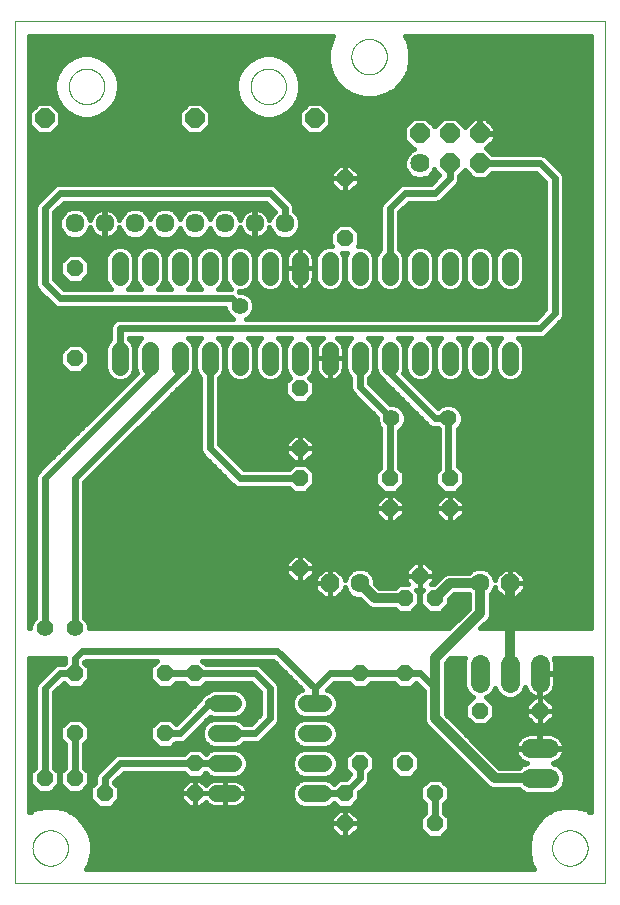
<source format=gbl>
G75*
%MOIN*%
%OFA0B0*%
%FSLAX25Y25*%
%IPPOS*%
%LPD*%
%AMOC8*
5,1,8,0,0,1.08239X$1,22.5*
%
%ADD10C,0.00000*%
%ADD11C,0.05600*%
%ADD12OC8,0.05600*%
%ADD13C,0.06400*%
%ADD14C,0.06400*%
%ADD15OC8,0.06400*%
%ADD16C,0.05600*%
%ADD17OC8,0.06300*%
%ADD18C,0.06300*%
%ADD19C,0.06337*%
%ADD20C,0.02400*%
%ADD21C,0.03200*%
%ADD22C,0.01600*%
%ADD23C,0.05550*%
%ADD24OC8,0.06337*%
D10*
X0019478Y0006800D02*
X0019478Y0294202D01*
X0216329Y0294202D01*
X0216329Y0006800D01*
X0019478Y0006800D01*
X0025383Y0018611D02*
X0025385Y0018764D01*
X0025391Y0018918D01*
X0025401Y0019071D01*
X0025415Y0019223D01*
X0025433Y0019376D01*
X0025455Y0019527D01*
X0025480Y0019678D01*
X0025510Y0019829D01*
X0025544Y0019979D01*
X0025581Y0020127D01*
X0025622Y0020275D01*
X0025667Y0020421D01*
X0025716Y0020567D01*
X0025769Y0020711D01*
X0025825Y0020853D01*
X0025885Y0020994D01*
X0025949Y0021134D01*
X0026016Y0021272D01*
X0026087Y0021408D01*
X0026162Y0021542D01*
X0026239Y0021674D01*
X0026321Y0021804D01*
X0026405Y0021932D01*
X0026493Y0022058D01*
X0026584Y0022181D01*
X0026678Y0022302D01*
X0026776Y0022420D01*
X0026876Y0022536D01*
X0026980Y0022649D01*
X0027086Y0022760D01*
X0027195Y0022868D01*
X0027307Y0022973D01*
X0027421Y0023074D01*
X0027539Y0023173D01*
X0027658Y0023269D01*
X0027780Y0023362D01*
X0027905Y0023451D01*
X0028032Y0023538D01*
X0028161Y0023620D01*
X0028292Y0023700D01*
X0028425Y0023776D01*
X0028560Y0023849D01*
X0028697Y0023918D01*
X0028836Y0023983D01*
X0028976Y0024045D01*
X0029118Y0024103D01*
X0029261Y0024158D01*
X0029406Y0024209D01*
X0029552Y0024256D01*
X0029699Y0024299D01*
X0029847Y0024338D01*
X0029996Y0024374D01*
X0030146Y0024405D01*
X0030297Y0024433D01*
X0030448Y0024457D01*
X0030601Y0024477D01*
X0030753Y0024493D01*
X0030906Y0024505D01*
X0031059Y0024513D01*
X0031212Y0024517D01*
X0031366Y0024517D01*
X0031519Y0024513D01*
X0031672Y0024505D01*
X0031825Y0024493D01*
X0031977Y0024477D01*
X0032130Y0024457D01*
X0032281Y0024433D01*
X0032432Y0024405D01*
X0032582Y0024374D01*
X0032731Y0024338D01*
X0032879Y0024299D01*
X0033026Y0024256D01*
X0033172Y0024209D01*
X0033317Y0024158D01*
X0033460Y0024103D01*
X0033602Y0024045D01*
X0033742Y0023983D01*
X0033881Y0023918D01*
X0034018Y0023849D01*
X0034153Y0023776D01*
X0034286Y0023700D01*
X0034417Y0023620D01*
X0034546Y0023538D01*
X0034673Y0023451D01*
X0034798Y0023362D01*
X0034920Y0023269D01*
X0035039Y0023173D01*
X0035157Y0023074D01*
X0035271Y0022973D01*
X0035383Y0022868D01*
X0035492Y0022760D01*
X0035598Y0022649D01*
X0035702Y0022536D01*
X0035802Y0022420D01*
X0035900Y0022302D01*
X0035994Y0022181D01*
X0036085Y0022058D01*
X0036173Y0021932D01*
X0036257Y0021804D01*
X0036339Y0021674D01*
X0036416Y0021542D01*
X0036491Y0021408D01*
X0036562Y0021272D01*
X0036629Y0021134D01*
X0036693Y0020994D01*
X0036753Y0020853D01*
X0036809Y0020711D01*
X0036862Y0020567D01*
X0036911Y0020421D01*
X0036956Y0020275D01*
X0036997Y0020127D01*
X0037034Y0019979D01*
X0037068Y0019829D01*
X0037098Y0019678D01*
X0037123Y0019527D01*
X0037145Y0019376D01*
X0037163Y0019223D01*
X0037177Y0019071D01*
X0037187Y0018918D01*
X0037193Y0018764D01*
X0037195Y0018611D01*
X0037193Y0018458D01*
X0037187Y0018304D01*
X0037177Y0018151D01*
X0037163Y0017999D01*
X0037145Y0017846D01*
X0037123Y0017695D01*
X0037098Y0017544D01*
X0037068Y0017393D01*
X0037034Y0017243D01*
X0036997Y0017095D01*
X0036956Y0016947D01*
X0036911Y0016801D01*
X0036862Y0016655D01*
X0036809Y0016511D01*
X0036753Y0016369D01*
X0036693Y0016228D01*
X0036629Y0016088D01*
X0036562Y0015950D01*
X0036491Y0015814D01*
X0036416Y0015680D01*
X0036339Y0015548D01*
X0036257Y0015418D01*
X0036173Y0015290D01*
X0036085Y0015164D01*
X0035994Y0015041D01*
X0035900Y0014920D01*
X0035802Y0014802D01*
X0035702Y0014686D01*
X0035598Y0014573D01*
X0035492Y0014462D01*
X0035383Y0014354D01*
X0035271Y0014249D01*
X0035157Y0014148D01*
X0035039Y0014049D01*
X0034920Y0013953D01*
X0034798Y0013860D01*
X0034673Y0013771D01*
X0034546Y0013684D01*
X0034417Y0013602D01*
X0034286Y0013522D01*
X0034153Y0013446D01*
X0034018Y0013373D01*
X0033881Y0013304D01*
X0033742Y0013239D01*
X0033602Y0013177D01*
X0033460Y0013119D01*
X0033317Y0013064D01*
X0033172Y0013013D01*
X0033026Y0012966D01*
X0032879Y0012923D01*
X0032731Y0012884D01*
X0032582Y0012848D01*
X0032432Y0012817D01*
X0032281Y0012789D01*
X0032130Y0012765D01*
X0031977Y0012745D01*
X0031825Y0012729D01*
X0031672Y0012717D01*
X0031519Y0012709D01*
X0031366Y0012705D01*
X0031212Y0012705D01*
X0031059Y0012709D01*
X0030906Y0012717D01*
X0030753Y0012729D01*
X0030601Y0012745D01*
X0030448Y0012765D01*
X0030297Y0012789D01*
X0030146Y0012817D01*
X0029996Y0012848D01*
X0029847Y0012884D01*
X0029699Y0012923D01*
X0029552Y0012966D01*
X0029406Y0013013D01*
X0029261Y0013064D01*
X0029118Y0013119D01*
X0028976Y0013177D01*
X0028836Y0013239D01*
X0028697Y0013304D01*
X0028560Y0013373D01*
X0028425Y0013446D01*
X0028292Y0013522D01*
X0028161Y0013602D01*
X0028032Y0013684D01*
X0027905Y0013771D01*
X0027780Y0013860D01*
X0027658Y0013953D01*
X0027539Y0014049D01*
X0027421Y0014148D01*
X0027307Y0014249D01*
X0027195Y0014354D01*
X0027086Y0014462D01*
X0026980Y0014573D01*
X0026876Y0014686D01*
X0026776Y0014802D01*
X0026678Y0014920D01*
X0026584Y0015041D01*
X0026493Y0015164D01*
X0026405Y0015290D01*
X0026321Y0015418D01*
X0026239Y0015548D01*
X0026162Y0015680D01*
X0026087Y0015814D01*
X0026016Y0015950D01*
X0025949Y0016088D01*
X0025885Y0016228D01*
X0025825Y0016369D01*
X0025769Y0016511D01*
X0025716Y0016655D01*
X0025667Y0016801D01*
X0025622Y0016947D01*
X0025581Y0017095D01*
X0025544Y0017243D01*
X0025510Y0017393D01*
X0025480Y0017544D01*
X0025455Y0017695D01*
X0025433Y0017846D01*
X0025415Y0017999D01*
X0025401Y0018151D01*
X0025391Y0018304D01*
X0025385Y0018458D01*
X0025383Y0018611D01*
X0198612Y0018611D02*
X0198614Y0018764D01*
X0198620Y0018918D01*
X0198630Y0019071D01*
X0198644Y0019223D01*
X0198662Y0019376D01*
X0198684Y0019527D01*
X0198709Y0019678D01*
X0198739Y0019829D01*
X0198773Y0019979D01*
X0198810Y0020127D01*
X0198851Y0020275D01*
X0198896Y0020421D01*
X0198945Y0020567D01*
X0198998Y0020711D01*
X0199054Y0020853D01*
X0199114Y0020994D01*
X0199178Y0021134D01*
X0199245Y0021272D01*
X0199316Y0021408D01*
X0199391Y0021542D01*
X0199468Y0021674D01*
X0199550Y0021804D01*
X0199634Y0021932D01*
X0199722Y0022058D01*
X0199813Y0022181D01*
X0199907Y0022302D01*
X0200005Y0022420D01*
X0200105Y0022536D01*
X0200209Y0022649D01*
X0200315Y0022760D01*
X0200424Y0022868D01*
X0200536Y0022973D01*
X0200650Y0023074D01*
X0200768Y0023173D01*
X0200887Y0023269D01*
X0201009Y0023362D01*
X0201134Y0023451D01*
X0201261Y0023538D01*
X0201390Y0023620D01*
X0201521Y0023700D01*
X0201654Y0023776D01*
X0201789Y0023849D01*
X0201926Y0023918D01*
X0202065Y0023983D01*
X0202205Y0024045D01*
X0202347Y0024103D01*
X0202490Y0024158D01*
X0202635Y0024209D01*
X0202781Y0024256D01*
X0202928Y0024299D01*
X0203076Y0024338D01*
X0203225Y0024374D01*
X0203375Y0024405D01*
X0203526Y0024433D01*
X0203677Y0024457D01*
X0203830Y0024477D01*
X0203982Y0024493D01*
X0204135Y0024505D01*
X0204288Y0024513D01*
X0204441Y0024517D01*
X0204595Y0024517D01*
X0204748Y0024513D01*
X0204901Y0024505D01*
X0205054Y0024493D01*
X0205206Y0024477D01*
X0205359Y0024457D01*
X0205510Y0024433D01*
X0205661Y0024405D01*
X0205811Y0024374D01*
X0205960Y0024338D01*
X0206108Y0024299D01*
X0206255Y0024256D01*
X0206401Y0024209D01*
X0206546Y0024158D01*
X0206689Y0024103D01*
X0206831Y0024045D01*
X0206971Y0023983D01*
X0207110Y0023918D01*
X0207247Y0023849D01*
X0207382Y0023776D01*
X0207515Y0023700D01*
X0207646Y0023620D01*
X0207775Y0023538D01*
X0207902Y0023451D01*
X0208027Y0023362D01*
X0208149Y0023269D01*
X0208268Y0023173D01*
X0208386Y0023074D01*
X0208500Y0022973D01*
X0208612Y0022868D01*
X0208721Y0022760D01*
X0208827Y0022649D01*
X0208931Y0022536D01*
X0209031Y0022420D01*
X0209129Y0022302D01*
X0209223Y0022181D01*
X0209314Y0022058D01*
X0209402Y0021932D01*
X0209486Y0021804D01*
X0209568Y0021674D01*
X0209645Y0021542D01*
X0209720Y0021408D01*
X0209791Y0021272D01*
X0209858Y0021134D01*
X0209922Y0020994D01*
X0209982Y0020853D01*
X0210038Y0020711D01*
X0210091Y0020567D01*
X0210140Y0020421D01*
X0210185Y0020275D01*
X0210226Y0020127D01*
X0210263Y0019979D01*
X0210297Y0019829D01*
X0210327Y0019678D01*
X0210352Y0019527D01*
X0210374Y0019376D01*
X0210392Y0019223D01*
X0210406Y0019071D01*
X0210416Y0018918D01*
X0210422Y0018764D01*
X0210424Y0018611D01*
X0210422Y0018458D01*
X0210416Y0018304D01*
X0210406Y0018151D01*
X0210392Y0017999D01*
X0210374Y0017846D01*
X0210352Y0017695D01*
X0210327Y0017544D01*
X0210297Y0017393D01*
X0210263Y0017243D01*
X0210226Y0017095D01*
X0210185Y0016947D01*
X0210140Y0016801D01*
X0210091Y0016655D01*
X0210038Y0016511D01*
X0209982Y0016369D01*
X0209922Y0016228D01*
X0209858Y0016088D01*
X0209791Y0015950D01*
X0209720Y0015814D01*
X0209645Y0015680D01*
X0209568Y0015548D01*
X0209486Y0015418D01*
X0209402Y0015290D01*
X0209314Y0015164D01*
X0209223Y0015041D01*
X0209129Y0014920D01*
X0209031Y0014802D01*
X0208931Y0014686D01*
X0208827Y0014573D01*
X0208721Y0014462D01*
X0208612Y0014354D01*
X0208500Y0014249D01*
X0208386Y0014148D01*
X0208268Y0014049D01*
X0208149Y0013953D01*
X0208027Y0013860D01*
X0207902Y0013771D01*
X0207775Y0013684D01*
X0207646Y0013602D01*
X0207515Y0013522D01*
X0207382Y0013446D01*
X0207247Y0013373D01*
X0207110Y0013304D01*
X0206971Y0013239D01*
X0206831Y0013177D01*
X0206689Y0013119D01*
X0206546Y0013064D01*
X0206401Y0013013D01*
X0206255Y0012966D01*
X0206108Y0012923D01*
X0205960Y0012884D01*
X0205811Y0012848D01*
X0205661Y0012817D01*
X0205510Y0012789D01*
X0205359Y0012765D01*
X0205206Y0012745D01*
X0205054Y0012729D01*
X0204901Y0012717D01*
X0204748Y0012709D01*
X0204595Y0012705D01*
X0204441Y0012705D01*
X0204288Y0012709D01*
X0204135Y0012717D01*
X0203982Y0012729D01*
X0203830Y0012745D01*
X0203677Y0012765D01*
X0203526Y0012789D01*
X0203375Y0012817D01*
X0203225Y0012848D01*
X0203076Y0012884D01*
X0202928Y0012923D01*
X0202781Y0012966D01*
X0202635Y0013013D01*
X0202490Y0013064D01*
X0202347Y0013119D01*
X0202205Y0013177D01*
X0202065Y0013239D01*
X0201926Y0013304D01*
X0201789Y0013373D01*
X0201654Y0013446D01*
X0201521Y0013522D01*
X0201390Y0013602D01*
X0201261Y0013684D01*
X0201134Y0013771D01*
X0201009Y0013860D01*
X0200887Y0013953D01*
X0200768Y0014049D01*
X0200650Y0014148D01*
X0200536Y0014249D01*
X0200424Y0014354D01*
X0200315Y0014462D01*
X0200209Y0014573D01*
X0200105Y0014686D01*
X0200005Y0014802D01*
X0199907Y0014920D01*
X0199813Y0015041D01*
X0199722Y0015164D01*
X0199634Y0015290D01*
X0199550Y0015418D01*
X0199468Y0015548D01*
X0199391Y0015680D01*
X0199316Y0015814D01*
X0199245Y0015950D01*
X0199178Y0016088D01*
X0199114Y0016228D01*
X0199054Y0016369D01*
X0198998Y0016511D01*
X0198945Y0016655D01*
X0198896Y0016801D01*
X0198851Y0016947D01*
X0198810Y0017095D01*
X0198773Y0017243D01*
X0198739Y0017393D01*
X0198709Y0017544D01*
X0198684Y0017695D01*
X0198662Y0017846D01*
X0198644Y0017999D01*
X0198630Y0018151D01*
X0198620Y0018304D01*
X0198614Y0018458D01*
X0198612Y0018611D01*
X0098061Y0272469D02*
X0098063Y0272622D01*
X0098069Y0272776D01*
X0098079Y0272929D01*
X0098093Y0273081D01*
X0098111Y0273234D01*
X0098133Y0273385D01*
X0098158Y0273536D01*
X0098188Y0273687D01*
X0098222Y0273837D01*
X0098259Y0273985D01*
X0098300Y0274133D01*
X0098345Y0274279D01*
X0098394Y0274425D01*
X0098447Y0274569D01*
X0098503Y0274711D01*
X0098563Y0274852D01*
X0098627Y0274992D01*
X0098694Y0275130D01*
X0098765Y0275266D01*
X0098840Y0275400D01*
X0098917Y0275532D01*
X0098999Y0275662D01*
X0099083Y0275790D01*
X0099171Y0275916D01*
X0099262Y0276039D01*
X0099356Y0276160D01*
X0099454Y0276278D01*
X0099554Y0276394D01*
X0099658Y0276507D01*
X0099764Y0276618D01*
X0099873Y0276726D01*
X0099985Y0276831D01*
X0100099Y0276932D01*
X0100217Y0277031D01*
X0100336Y0277127D01*
X0100458Y0277220D01*
X0100583Y0277309D01*
X0100710Y0277396D01*
X0100839Y0277478D01*
X0100970Y0277558D01*
X0101103Y0277634D01*
X0101238Y0277707D01*
X0101375Y0277776D01*
X0101514Y0277841D01*
X0101654Y0277903D01*
X0101796Y0277961D01*
X0101939Y0278016D01*
X0102084Y0278067D01*
X0102230Y0278114D01*
X0102377Y0278157D01*
X0102525Y0278196D01*
X0102674Y0278232D01*
X0102824Y0278263D01*
X0102975Y0278291D01*
X0103126Y0278315D01*
X0103279Y0278335D01*
X0103431Y0278351D01*
X0103584Y0278363D01*
X0103737Y0278371D01*
X0103890Y0278375D01*
X0104044Y0278375D01*
X0104197Y0278371D01*
X0104350Y0278363D01*
X0104503Y0278351D01*
X0104655Y0278335D01*
X0104808Y0278315D01*
X0104959Y0278291D01*
X0105110Y0278263D01*
X0105260Y0278232D01*
X0105409Y0278196D01*
X0105557Y0278157D01*
X0105704Y0278114D01*
X0105850Y0278067D01*
X0105995Y0278016D01*
X0106138Y0277961D01*
X0106280Y0277903D01*
X0106420Y0277841D01*
X0106559Y0277776D01*
X0106696Y0277707D01*
X0106831Y0277634D01*
X0106964Y0277558D01*
X0107095Y0277478D01*
X0107224Y0277396D01*
X0107351Y0277309D01*
X0107476Y0277220D01*
X0107598Y0277127D01*
X0107717Y0277031D01*
X0107835Y0276932D01*
X0107949Y0276831D01*
X0108061Y0276726D01*
X0108170Y0276618D01*
X0108276Y0276507D01*
X0108380Y0276394D01*
X0108480Y0276278D01*
X0108578Y0276160D01*
X0108672Y0276039D01*
X0108763Y0275916D01*
X0108851Y0275790D01*
X0108935Y0275662D01*
X0109017Y0275532D01*
X0109094Y0275400D01*
X0109169Y0275266D01*
X0109240Y0275130D01*
X0109307Y0274992D01*
X0109371Y0274852D01*
X0109431Y0274711D01*
X0109487Y0274569D01*
X0109540Y0274425D01*
X0109589Y0274279D01*
X0109634Y0274133D01*
X0109675Y0273985D01*
X0109712Y0273837D01*
X0109746Y0273687D01*
X0109776Y0273536D01*
X0109801Y0273385D01*
X0109823Y0273234D01*
X0109841Y0273081D01*
X0109855Y0272929D01*
X0109865Y0272776D01*
X0109871Y0272622D01*
X0109873Y0272469D01*
X0109871Y0272316D01*
X0109865Y0272162D01*
X0109855Y0272009D01*
X0109841Y0271857D01*
X0109823Y0271704D01*
X0109801Y0271553D01*
X0109776Y0271402D01*
X0109746Y0271251D01*
X0109712Y0271101D01*
X0109675Y0270953D01*
X0109634Y0270805D01*
X0109589Y0270659D01*
X0109540Y0270513D01*
X0109487Y0270369D01*
X0109431Y0270227D01*
X0109371Y0270086D01*
X0109307Y0269946D01*
X0109240Y0269808D01*
X0109169Y0269672D01*
X0109094Y0269538D01*
X0109017Y0269406D01*
X0108935Y0269276D01*
X0108851Y0269148D01*
X0108763Y0269022D01*
X0108672Y0268899D01*
X0108578Y0268778D01*
X0108480Y0268660D01*
X0108380Y0268544D01*
X0108276Y0268431D01*
X0108170Y0268320D01*
X0108061Y0268212D01*
X0107949Y0268107D01*
X0107835Y0268006D01*
X0107717Y0267907D01*
X0107598Y0267811D01*
X0107476Y0267718D01*
X0107351Y0267629D01*
X0107224Y0267542D01*
X0107095Y0267460D01*
X0106964Y0267380D01*
X0106831Y0267304D01*
X0106696Y0267231D01*
X0106559Y0267162D01*
X0106420Y0267097D01*
X0106280Y0267035D01*
X0106138Y0266977D01*
X0105995Y0266922D01*
X0105850Y0266871D01*
X0105704Y0266824D01*
X0105557Y0266781D01*
X0105409Y0266742D01*
X0105260Y0266706D01*
X0105110Y0266675D01*
X0104959Y0266647D01*
X0104808Y0266623D01*
X0104655Y0266603D01*
X0104503Y0266587D01*
X0104350Y0266575D01*
X0104197Y0266567D01*
X0104044Y0266563D01*
X0103890Y0266563D01*
X0103737Y0266567D01*
X0103584Y0266575D01*
X0103431Y0266587D01*
X0103279Y0266603D01*
X0103126Y0266623D01*
X0102975Y0266647D01*
X0102824Y0266675D01*
X0102674Y0266706D01*
X0102525Y0266742D01*
X0102377Y0266781D01*
X0102230Y0266824D01*
X0102084Y0266871D01*
X0101939Y0266922D01*
X0101796Y0266977D01*
X0101654Y0267035D01*
X0101514Y0267097D01*
X0101375Y0267162D01*
X0101238Y0267231D01*
X0101103Y0267304D01*
X0100970Y0267380D01*
X0100839Y0267460D01*
X0100710Y0267542D01*
X0100583Y0267629D01*
X0100458Y0267718D01*
X0100336Y0267811D01*
X0100217Y0267907D01*
X0100099Y0268006D01*
X0099985Y0268107D01*
X0099873Y0268212D01*
X0099764Y0268320D01*
X0099658Y0268431D01*
X0099554Y0268544D01*
X0099454Y0268660D01*
X0099356Y0268778D01*
X0099262Y0268899D01*
X0099171Y0269022D01*
X0099083Y0269148D01*
X0098999Y0269276D01*
X0098917Y0269406D01*
X0098840Y0269538D01*
X0098765Y0269672D01*
X0098694Y0269808D01*
X0098627Y0269946D01*
X0098563Y0270086D01*
X0098503Y0270227D01*
X0098447Y0270369D01*
X0098394Y0270513D01*
X0098345Y0270659D01*
X0098300Y0270805D01*
X0098259Y0270953D01*
X0098222Y0271101D01*
X0098188Y0271251D01*
X0098158Y0271402D01*
X0098133Y0271553D01*
X0098111Y0271704D01*
X0098093Y0271857D01*
X0098079Y0272009D01*
X0098069Y0272162D01*
X0098063Y0272316D01*
X0098061Y0272469D01*
X0131683Y0282391D02*
X0131685Y0282544D01*
X0131691Y0282698D01*
X0131701Y0282851D01*
X0131715Y0283003D01*
X0131733Y0283156D01*
X0131755Y0283307D01*
X0131780Y0283458D01*
X0131810Y0283609D01*
X0131844Y0283759D01*
X0131881Y0283907D01*
X0131922Y0284055D01*
X0131967Y0284201D01*
X0132016Y0284347D01*
X0132069Y0284491D01*
X0132125Y0284633D01*
X0132185Y0284774D01*
X0132249Y0284914D01*
X0132316Y0285052D01*
X0132387Y0285188D01*
X0132462Y0285322D01*
X0132539Y0285454D01*
X0132621Y0285584D01*
X0132705Y0285712D01*
X0132793Y0285838D01*
X0132884Y0285961D01*
X0132978Y0286082D01*
X0133076Y0286200D01*
X0133176Y0286316D01*
X0133280Y0286429D01*
X0133386Y0286540D01*
X0133495Y0286648D01*
X0133607Y0286753D01*
X0133721Y0286854D01*
X0133839Y0286953D01*
X0133958Y0287049D01*
X0134080Y0287142D01*
X0134205Y0287231D01*
X0134332Y0287318D01*
X0134461Y0287400D01*
X0134592Y0287480D01*
X0134725Y0287556D01*
X0134860Y0287629D01*
X0134997Y0287698D01*
X0135136Y0287763D01*
X0135276Y0287825D01*
X0135418Y0287883D01*
X0135561Y0287938D01*
X0135706Y0287989D01*
X0135852Y0288036D01*
X0135999Y0288079D01*
X0136147Y0288118D01*
X0136296Y0288154D01*
X0136446Y0288185D01*
X0136597Y0288213D01*
X0136748Y0288237D01*
X0136901Y0288257D01*
X0137053Y0288273D01*
X0137206Y0288285D01*
X0137359Y0288293D01*
X0137512Y0288297D01*
X0137666Y0288297D01*
X0137819Y0288293D01*
X0137972Y0288285D01*
X0138125Y0288273D01*
X0138277Y0288257D01*
X0138430Y0288237D01*
X0138581Y0288213D01*
X0138732Y0288185D01*
X0138882Y0288154D01*
X0139031Y0288118D01*
X0139179Y0288079D01*
X0139326Y0288036D01*
X0139472Y0287989D01*
X0139617Y0287938D01*
X0139760Y0287883D01*
X0139902Y0287825D01*
X0140042Y0287763D01*
X0140181Y0287698D01*
X0140318Y0287629D01*
X0140453Y0287556D01*
X0140586Y0287480D01*
X0140717Y0287400D01*
X0140846Y0287318D01*
X0140973Y0287231D01*
X0141098Y0287142D01*
X0141220Y0287049D01*
X0141339Y0286953D01*
X0141457Y0286854D01*
X0141571Y0286753D01*
X0141683Y0286648D01*
X0141792Y0286540D01*
X0141898Y0286429D01*
X0142002Y0286316D01*
X0142102Y0286200D01*
X0142200Y0286082D01*
X0142294Y0285961D01*
X0142385Y0285838D01*
X0142473Y0285712D01*
X0142557Y0285584D01*
X0142639Y0285454D01*
X0142716Y0285322D01*
X0142791Y0285188D01*
X0142862Y0285052D01*
X0142929Y0284914D01*
X0142993Y0284774D01*
X0143053Y0284633D01*
X0143109Y0284491D01*
X0143162Y0284347D01*
X0143211Y0284201D01*
X0143256Y0284055D01*
X0143297Y0283907D01*
X0143334Y0283759D01*
X0143368Y0283609D01*
X0143398Y0283458D01*
X0143423Y0283307D01*
X0143445Y0283156D01*
X0143463Y0283003D01*
X0143477Y0282851D01*
X0143487Y0282698D01*
X0143493Y0282544D01*
X0143495Y0282391D01*
X0143493Y0282238D01*
X0143487Y0282084D01*
X0143477Y0281931D01*
X0143463Y0281779D01*
X0143445Y0281626D01*
X0143423Y0281475D01*
X0143398Y0281324D01*
X0143368Y0281173D01*
X0143334Y0281023D01*
X0143297Y0280875D01*
X0143256Y0280727D01*
X0143211Y0280581D01*
X0143162Y0280435D01*
X0143109Y0280291D01*
X0143053Y0280149D01*
X0142993Y0280008D01*
X0142929Y0279868D01*
X0142862Y0279730D01*
X0142791Y0279594D01*
X0142716Y0279460D01*
X0142639Y0279328D01*
X0142557Y0279198D01*
X0142473Y0279070D01*
X0142385Y0278944D01*
X0142294Y0278821D01*
X0142200Y0278700D01*
X0142102Y0278582D01*
X0142002Y0278466D01*
X0141898Y0278353D01*
X0141792Y0278242D01*
X0141683Y0278134D01*
X0141571Y0278029D01*
X0141457Y0277928D01*
X0141339Y0277829D01*
X0141220Y0277733D01*
X0141098Y0277640D01*
X0140973Y0277551D01*
X0140846Y0277464D01*
X0140717Y0277382D01*
X0140586Y0277302D01*
X0140453Y0277226D01*
X0140318Y0277153D01*
X0140181Y0277084D01*
X0140042Y0277019D01*
X0139902Y0276957D01*
X0139760Y0276899D01*
X0139617Y0276844D01*
X0139472Y0276793D01*
X0139326Y0276746D01*
X0139179Y0276703D01*
X0139031Y0276664D01*
X0138882Y0276628D01*
X0138732Y0276597D01*
X0138581Y0276569D01*
X0138430Y0276545D01*
X0138277Y0276525D01*
X0138125Y0276509D01*
X0137972Y0276497D01*
X0137819Y0276489D01*
X0137666Y0276485D01*
X0137512Y0276485D01*
X0137359Y0276489D01*
X0137206Y0276497D01*
X0137053Y0276509D01*
X0136901Y0276525D01*
X0136748Y0276545D01*
X0136597Y0276569D01*
X0136446Y0276597D01*
X0136296Y0276628D01*
X0136147Y0276664D01*
X0135999Y0276703D01*
X0135852Y0276746D01*
X0135706Y0276793D01*
X0135561Y0276844D01*
X0135418Y0276899D01*
X0135276Y0276957D01*
X0135136Y0277019D01*
X0134997Y0277084D01*
X0134860Y0277153D01*
X0134725Y0277226D01*
X0134592Y0277302D01*
X0134461Y0277382D01*
X0134332Y0277464D01*
X0134205Y0277551D01*
X0134080Y0277640D01*
X0133958Y0277733D01*
X0133839Y0277829D01*
X0133721Y0277928D01*
X0133607Y0278029D01*
X0133495Y0278134D01*
X0133386Y0278242D01*
X0133280Y0278353D01*
X0133176Y0278466D01*
X0133076Y0278582D01*
X0132978Y0278700D01*
X0132884Y0278821D01*
X0132793Y0278944D01*
X0132705Y0279070D01*
X0132621Y0279198D01*
X0132539Y0279328D01*
X0132462Y0279460D01*
X0132387Y0279594D01*
X0132316Y0279730D01*
X0132249Y0279868D01*
X0132185Y0280008D01*
X0132125Y0280149D01*
X0132069Y0280291D01*
X0132016Y0280435D01*
X0131967Y0280581D01*
X0131922Y0280727D01*
X0131881Y0280875D01*
X0131844Y0281023D01*
X0131810Y0281173D01*
X0131780Y0281324D01*
X0131755Y0281475D01*
X0131733Y0281626D01*
X0131715Y0281779D01*
X0131701Y0281931D01*
X0131691Y0282084D01*
X0131685Y0282238D01*
X0131683Y0282391D01*
X0037509Y0272469D02*
X0037511Y0272622D01*
X0037517Y0272776D01*
X0037527Y0272929D01*
X0037541Y0273081D01*
X0037559Y0273234D01*
X0037581Y0273385D01*
X0037606Y0273536D01*
X0037636Y0273687D01*
X0037670Y0273837D01*
X0037707Y0273985D01*
X0037748Y0274133D01*
X0037793Y0274279D01*
X0037842Y0274425D01*
X0037895Y0274569D01*
X0037951Y0274711D01*
X0038011Y0274852D01*
X0038075Y0274992D01*
X0038142Y0275130D01*
X0038213Y0275266D01*
X0038288Y0275400D01*
X0038365Y0275532D01*
X0038447Y0275662D01*
X0038531Y0275790D01*
X0038619Y0275916D01*
X0038710Y0276039D01*
X0038804Y0276160D01*
X0038902Y0276278D01*
X0039002Y0276394D01*
X0039106Y0276507D01*
X0039212Y0276618D01*
X0039321Y0276726D01*
X0039433Y0276831D01*
X0039547Y0276932D01*
X0039665Y0277031D01*
X0039784Y0277127D01*
X0039906Y0277220D01*
X0040031Y0277309D01*
X0040158Y0277396D01*
X0040287Y0277478D01*
X0040418Y0277558D01*
X0040551Y0277634D01*
X0040686Y0277707D01*
X0040823Y0277776D01*
X0040962Y0277841D01*
X0041102Y0277903D01*
X0041244Y0277961D01*
X0041387Y0278016D01*
X0041532Y0278067D01*
X0041678Y0278114D01*
X0041825Y0278157D01*
X0041973Y0278196D01*
X0042122Y0278232D01*
X0042272Y0278263D01*
X0042423Y0278291D01*
X0042574Y0278315D01*
X0042727Y0278335D01*
X0042879Y0278351D01*
X0043032Y0278363D01*
X0043185Y0278371D01*
X0043338Y0278375D01*
X0043492Y0278375D01*
X0043645Y0278371D01*
X0043798Y0278363D01*
X0043951Y0278351D01*
X0044103Y0278335D01*
X0044256Y0278315D01*
X0044407Y0278291D01*
X0044558Y0278263D01*
X0044708Y0278232D01*
X0044857Y0278196D01*
X0045005Y0278157D01*
X0045152Y0278114D01*
X0045298Y0278067D01*
X0045443Y0278016D01*
X0045586Y0277961D01*
X0045728Y0277903D01*
X0045868Y0277841D01*
X0046007Y0277776D01*
X0046144Y0277707D01*
X0046279Y0277634D01*
X0046412Y0277558D01*
X0046543Y0277478D01*
X0046672Y0277396D01*
X0046799Y0277309D01*
X0046924Y0277220D01*
X0047046Y0277127D01*
X0047165Y0277031D01*
X0047283Y0276932D01*
X0047397Y0276831D01*
X0047509Y0276726D01*
X0047618Y0276618D01*
X0047724Y0276507D01*
X0047828Y0276394D01*
X0047928Y0276278D01*
X0048026Y0276160D01*
X0048120Y0276039D01*
X0048211Y0275916D01*
X0048299Y0275790D01*
X0048383Y0275662D01*
X0048465Y0275532D01*
X0048542Y0275400D01*
X0048617Y0275266D01*
X0048688Y0275130D01*
X0048755Y0274992D01*
X0048819Y0274852D01*
X0048879Y0274711D01*
X0048935Y0274569D01*
X0048988Y0274425D01*
X0049037Y0274279D01*
X0049082Y0274133D01*
X0049123Y0273985D01*
X0049160Y0273837D01*
X0049194Y0273687D01*
X0049224Y0273536D01*
X0049249Y0273385D01*
X0049271Y0273234D01*
X0049289Y0273081D01*
X0049303Y0272929D01*
X0049313Y0272776D01*
X0049319Y0272622D01*
X0049321Y0272469D01*
X0049319Y0272316D01*
X0049313Y0272162D01*
X0049303Y0272009D01*
X0049289Y0271857D01*
X0049271Y0271704D01*
X0049249Y0271553D01*
X0049224Y0271402D01*
X0049194Y0271251D01*
X0049160Y0271101D01*
X0049123Y0270953D01*
X0049082Y0270805D01*
X0049037Y0270659D01*
X0048988Y0270513D01*
X0048935Y0270369D01*
X0048879Y0270227D01*
X0048819Y0270086D01*
X0048755Y0269946D01*
X0048688Y0269808D01*
X0048617Y0269672D01*
X0048542Y0269538D01*
X0048465Y0269406D01*
X0048383Y0269276D01*
X0048299Y0269148D01*
X0048211Y0269022D01*
X0048120Y0268899D01*
X0048026Y0268778D01*
X0047928Y0268660D01*
X0047828Y0268544D01*
X0047724Y0268431D01*
X0047618Y0268320D01*
X0047509Y0268212D01*
X0047397Y0268107D01*
X0047283Y0268006D01*
X0047165Y0267907D01*
X0047046Y0267811D01*
X0046924Y0267718D01*
X0046799Y0267629D01*
X0046672Y0267542D01*
X0046543Y0267460D01*
X0046412Y0267380D01*
X0046279Y0267304D01*
X0046144Y0267231D01*
X0046007Y0267162D01*
X0045868Y0267097D01*
X0045728Y0267035D01*
X0045586Y0266977D01*
X0045443Y0266922D01*
X0045298Y0266871D01*
X0045152Y0266824D01*
X0045005Y0266781D01*
X0044857Y0266742D01*
X0044708Y0266706D01*
X0044558Y0266675D01*
X0044407Y0266647D01*
X0044256Y0266623D01*
X0044103Y0266603D01*
X0043951Y0266587D01*
X0043798Y0266575D01*
X0043645Y0266567D01*
X0043492Y0266563D01*
X0043338Y0266563D01*
X0043185Y0266567D01*
X0043032Y0266575D01*
X0042879Y0266587D01*
X0042727Y0266603D01*
X0042574Y0266623D01*
X0042423Y0266647D01*
X0042272Y0266675D01*
X0042122Y0266706D01*
X0041973Y0266742D01*
X0041825Y0266781D01*
X0041678Y0266824D01*
X0041532Y0266871D01*
X0041387Y0266922D01*
X0041244Y0266977D01*
X0041102Y0267035D01*
X0040962Y0267097D01*
X0040823Y0267162D01*
X0040686Y0267231D01*
X0040551Y0267304D01*
X0040418Y0267380D01*
X0040287Y0267460D01*
X0040158Y0267542D01*
X0040031Y0267629D01*
X0039906Y0267718D01*
X0039784Y0267811D01*
X0039665Y0267907D01*
X0039547Y0268006D01*
X0039433Y0268107D01*
X0039321Y0268212D01*
X0039212Y0268320D01*
X0039106Y0268431D01*
X0039002Y0268544D01*
X0038902Y0268660D01*
X0038804Y0268778D01*
X0038710Y0268899D01*
X0038619Y0269022D01*
X0038531Y0269148D01*
X0038447Y0269276D01*
X0038365Y0269406D01*
X0038288Y0269538D01*
X0038213Y0269672D01*
X0038142Y0269808D01*
X0038075Y0269946D01*
X0038011Y0270086D01*
X0037951Y0270227D01*
X0037895Y0270369D01*
X0037842Y0270513D01*
X0037793Y0270659D01*
X0037748Y0270805D01*
X0037707Y0270953D01*
X0037670Y0271101D01*
X0037636Y0271251D01*
X0037606Y0271402D01*
X0037581Y0271553D01*
X0037559Y0271704D01*
X0037541Y0271857D01*
X0037527Y0272009D01*
X0037517Y0272162D01*
X0037511Y0272316D01*
X0037509Y0272469D01*
D11*
X0054478Y0214600D02*
X0054478Y0209000D01*
X0064478Y0209000D02*
X0064478Y0214600D01*
X0074478Y0214600D02*
X0074478Y0209000D01*
X0084478Y0209000D02*
X0084478Y0214600D01*
X0094478Y0214600D02*
X0094478Y0209000D01*
X0104478Y0209000D02*
X0104478Y0214600D01*
X0114478Y0214600D02*
X0114478Y0209000D01*
X0124478Y0209000D02*
X0124478Y0214600D01*
X0134478Y0214600D02*
X0134478Y0209000D01*
X0144478Y0209000D02*
X0144478Y0214600D01*
X0154478Y0214600D02*
X0154478Y0209000D01*
X0164478Y0209000D02*
X0164478Y0214600D01*
X0174478Y0214600D02*
X0174478Y0209000D01*
X0184478Y0209000D02*
X0184478Y0214600D01*
X0184478Y0184600D02*
X0184478Y0179000D01*
X0174478Y0179000D02*
X0174478Y0184600D01*
X0164478Y0184600D02*
X0164478Y0179000D01*
X0154478Y0179000D02*
X0154478Y0184600D01*
X0144478Y0184600D02*
X0144478Y0179000D01*
X0134478Y0179000D02*
X0134478Y0184600D01*
X0124478Y0184600D02*
X0124478Y0179000D01*
X0114478Y0179000D02*
X0114478Y0184600D01*
X0104478Y0184600D02*
X0104478Y0179000D01*
X0094478Y0179000D02*
X0094478Y0184600D01*
X0084478Y0184600D02*
X0084478Y0179000D01*
X0074478Y0179000D02*
X0074478Y0184600D01*
X0064478Y0184600D02*
X0064478Y0179000D01*
X0054478Y0179000D02*
X0054478Y0184600D01*
X0086678Y0066800D02*
X0092278Y0066800D01*
X0092278Y0056800D02*
X0086678Y0056800D01*
X0086678Y0046800D02*
X0092278Y0046800D01*
X0092278Y0036800D02*
X0086678Y0036800D01*
X0116678Y0036800D02*
X0122278Y0036800D01*
X0122278Y0046800D02*
X0116678Y0046800D01*
X0116678Y0056800D02*
X0122278Y0056800D01*
X0122278Y0066800D02*
X0116678Y0066800D01*
D12*
X0134478Y0076800D03*
X0149478Y0076800D03*
X0149478Y0101800D03*
X0154478Y0109300D03*
X0159478Y0101800D03*
X0164478Y0131800D03*
X0164478Y0141800D03*
X0144478Y0141800D03*
X0144478Y0131800D03*
X0114478Y0141800D03*
X0114478Y0151800D03*
X0114478Y0171800D03*
X0129478Y0221800D03*
X0129478Y0241800D03*
X0039478Y0211800D03*
X0039478Y0181800D03*
X0114478Y0111800D03*
X0079478Y0076800D03*
X0069478Y0076800D03*
X0069478Y0056800D03*
X0079478Y0046800D03*
X0079478Y0036800D03*
X0049478Y0036800D03*
X0039478Y0041800D03*
X0029478Y0041800D03*
X0039478Y0056800D03*
X0039478Y0076800D03*
X0129478Y0036800D03*
X0134478Y0046800D03*
X0149478Y0046800D03*
X0159478Y0036800D03*
X0159478Y0026800D03*
X0129478Y0026800D03*
X0174478Y0064300D03*
X0194478Y0064300D03*
D13*
X0194478Y0073600D02*
X0194478Y0080000D01*
X0184478Y0080000D02*
X0184478Y0073600D01*
X0174478Y0073600D02*
X0174478Y0080000D01*
X0191278Y0051800D02*
X0197678Y0051800D01*
X0197678Y0041800D02*
X0191278Y0041800D01*
D14*
X0154478Y0246800D03*
D15*
X0154478Y0256800D03*
X0164478Y0256800D03*
X0164478Y0246800D03*
X0174478Y0246800D03*
X0174478Y0256800D03*
D16*
X0163978Y0161800D03*
X0144978Y0161800D03*
D17*
X0124478Y0106800D03*
X0184478Y0106800D03*
D18*
X0174478Y0106800D03*
X0134478Y0106800D03*
D19*
X0109478Y0226800D03*
X0099478Y0226800D03*
X0089478Y0226800D03*
X0079478Y0226800D03*
X0069478Y0226800D03*
X0059478Y0226800D03*
X0049478Y0226800D03*
X0039478Y0226800D03*
D20*
X0029478Y0231800D02*
X0034478Y0236800D01*
X0104478Y0236800D01*
X0109478Y0231800D01*
X0109478Y0226800D01*
X0091978Y0201800D02*
X0094478Y0199300D01*
X0091978Y0201800D02*
X0034478Y0201800D01*
X0029478Y0206800D01*
X0029478Y0231800D01*
X0054478Y0191800D02*
X0194478Y0191800D01*
X0199478Y0196800D01*
X0199478Y0241800D01*
X0194478Y0246800D01*
X0174478Y0246800D01*
X0164478Y0246800D02*
X0164478Y0241800D01*
X0159478Y0236800D01*
X0149478Y0236800D01*
X0144478Y0231800D01*
X0144478Y0211800D01*
X0144478Y0181800D02*
X0144478Y0176800D01*
X0159478Y0161800D01*
X0163978Y0161800D01*
X0163978Y0142300D01*
X0163980Y0142256D01*
X0163986Y0142213D01*
X0163995Y0142171D01*
X0164008Y0142129D01*
X0164025Y0142089D01*
X0164045Y0142050D01*
X0164068Y0142013D01*
X0164095Y0141979D01*
X0164124Y0141946D01*
X0164157Y0141917D01*
X0164191Y0141890D01*
X0164228Y0141867D01*
X0164267Y0141847D01*
X0164307Y0141830D01*
X0164349Y0141817D01*
X0164391Y0141808D01*
X0164434Y0141802D01*
X0164478Y0141800D01*
X0144978Y0161800D02*
X0144478Y0161300D01*
X0144478Y0141800D01*
X0144978Y0161800D02*
X0134478Y0172300D01*
X0134478Y0181800D01*
X0114478Y0141800D02*
X0094478Y0141800D01*
X0084478Y0151800D01*
X0084478Y0181800D01*
X0074478Y0181800D02*
X0074478Y0176800D01*
X0039478Y0141800D01*
X0039478Y0091800D01*
X0041978Y0084300D02*
X0039478Y0081800D01*
X0039478Y0076800D01*
X0034478Y0076800D01*
X0029478Y0071800D01*
X0029478Y0041800D01*
X0039478Y0041800D02*
X0039478Y0056800D01*
X0049478Y0041800D02*
X0054478Y0046800D01*
X0079478Y0046800D01*
X0089478Y0046800D01*
X0089478Y0056800D02*
X0099478Y0056800D01*
X0104478Y0061800D01*
X0104478Y0071800D01*
X0099478Y0076800D01*
X0079478Y0076800D01*
X0069478Y0076800D01*
X0084478Y0066800D02*
X0074478Y0056800D01*
X0069478Y0056800D01*
X0049478Y0041800D02*
X0049478Y0036800D01*
X0041978Y0084300D02*
X0106978Y0084300D01*
X0119478Y0071800D01*
X0124478Y0076800D01*
X0134478Y0076800D01*
X0149478Y0076800D01*
X0154478Y0076800D01*
X0159478Y0071800D01*
X0134478Y0046800D02*
X0134478Y0041800D01*
X0129478Y0036800D01*
X0119478Y0036800D01*
X0119478Y0066800D02*
X0119478Y0071800D01*
X0159478Y0036800D02*
X0159478Y0026800D01*
X0029478Y0141800D02*
X0064478Y0176800D01*
X0064478Y0181800D01*
X0054478Y0181800D02*
X0054478Y0191800D01*
X0029478Y0141800D02*
X0029478Y0091800D01*
D21*
X0084478Y0066800D02*
X0089478Y0066800D01*
X0134478Y0106800D02*
X0139478Y0101800D01*
X0149478Y0101800D01*
X0159478Y0101800D02*
X0164478Y0106800D01*
X0174478Y0106800D01*
X0174478Y0096800D01*
X0159478Y0081800D01*
X0159478Y0071800D01*
X0159478Y0061800D01*
X0179478Y0041800D01*
X0194478Y0041800D01*
X0184478Y0076800D02*
X0184478Y0106800D01*
D22*
X0184478Y0111750D01*
X0182428Y0111750D01*
X0179528Y0108850D01*
X0179528Y0108066D01*
X0178844Y0109717D01*
X0177396Y0111166D01*
X0175503Y0111950D01*
X0173454Y0111950D01*
X0171561Y0111166D01*
X0170795Y0110400D01*
X0163762Y0110400D01*
X0162439Y0109852D01*
X0161426Y0108839D01*
X0159187Y0106600D01*
X0158284Y0106600D01*
X0159078Y0107395D01*
X0159078Y0109300D01*
X0159078Y0111205D01*
X0156384Y0113900D01*
X0154478Y0113900D01*
X0152573Y0113900D01*
X0149878Y0111205D01*
X0149878Y0109300D01*
X0154478Y0109300D01*
X0154478Y0109300D01*
X0149878Y0109300D01*
X0149878Y0107395D01*
X0150673Y0106600D01*
X0147490Y0106600D01*
X0146290Y0105400D01*
X0140970Y0105400D01*
X0139628Y0106741D01*
X0139628Y0107824D01*
X0138844Y0109717D01*
X0137396Y0111166D01*
X0135503Y0111950D01*
X0133454Y0111950D01*
X0131561Y0111166D01*
X0130112Y0109717D01*
X0129428Y0108066D01*
X0129428Y0108850D01*
X0126529Y0111750D01*
X0124478Y0111750D01*
X0122428Y0111750D01*
X0119528Y0108850D01*
X0119528Y0106800D01*
X0119528Y0104750D01*
X0122428Y0101850D01*
X0124478Y0101850D01*
X0124478Y0106800D01*
X0124478Y0106800D01*
X0119528Y0106800D01*
X0124478Y0106800D01*
X0124478Y0106800D01*
X0124478Y0111750D01*
X0124478Y0106800D01*
X0124478Y0106800D01*
X0124478Y0101850D01*
X0126529Y0101850D01*
X0129428Y0104750D01*
X0129428Y0105534D01*
X0130112Y0103883D01*
X0131561Y0102434D01*
X0133454Y0101650D01*
X0134537Y0101650D01*
X0137439Y0098748D01*
X0138762Y0098200D01*
X0146290Y0098200D01*
X0147490Y0097000D01*
X0151467Y0097000D01*
X0154278Y0099812D01*
X0154278Y0103788D01*
X0153367Y0104700D01*
X0154478Y0104700D01*
X0154478Y0109300D01*
X0154478Y0109300D01*
X0154478Y0113900D01*
X0154478Y0109300D01*
X0154478Y0109300D01*
X0154478Y0104700D01*
X0155590Y0104700D01*
X0154678Y0103788D01*
X0154678Y0099812D01*
X0157490Y0097000D01*
X0161467Y0097000D01*
X0164278Y0099812D01*
X0164278Y0101509D01*
X0165970Y0103200D01*
X0170795Y0103200D01*
X0170878Y0103117D01*
X0170878Y0098291D01*
X0164387Y0091800D01*
X0044253Y0091800D01*
X0044253Y0092750D01*
X0043526Y0094505D01*
X0042678Y0095353D01*
X0042678Y0140475D01*
X0077090Y0174886D01*
X0077197Y0174931D01*
X0078548Y0176281D01*
X0079278Y0178045D01*
X0079278Y0185555D01*
X0078548Y0187319D01*
X0077267Y0188600D01*
X0081690Y0188600D01*
X0080409Y0187319D01*
X0079678Y0185555D01*
X0079678Y0178045D01*
X0080409Y0176281D01*
X0081278Y0175412D01*
X0081278Y0151163D01*
X0081766Y0149987D01*
X0082666Y0149087D01*
X0092666Y0139087D01*
X0093842Y0138600D01*
X0110890Y0138600D01*
X0112490Y0137000D01*
X0116467Y0137000D01*
X0119278Y0139812D01*
X0119278Y0143788D01*
X0116467Y0146600D01*
X0112490Y0146600D01*
X0110890Y0145000D01*
X0095804Y0145000D01*
X0087678Y0153125D01*
X0087678Y0175412D01*
X0088548Y0176281D01*
X0089278Y0178045D01*
X0089278Y0185555D01*
X0088548Y0187319D01*
X0087267Y0188600D01*
X0091690Y0188600D01*
X0090409Y0187319D01*
X0089678Y0185555D01*
X0089678Y0178045D01*
X0090409Y0176281D01*
X0091759Y0174931D01*
X0093524Y0174200D01*
X0095433Y0174200D01*
X0097197Y0174931D01*
X0098548Y0176281D01*
X0099278Y0178045D01*
X0099278Y0185555D01*
X0098548Y0187319D01*
X0097267Y0188600D01*
X0101690Y0188600D01*
X0100409Y0187319D01*
X0099678Y0185555D01*
X0099678Y0178045D01*
X0100409Y0176281D01*
X0101759Y0174931D01*
X0103524Y0174200D01*
X0105433Y0174200D01*
X0107197Y0174931D01*
X0108548Y0176281D01*
X0109278Y0178045D01*
X0109278Y0185555D01*
X0108548Y0187319D01*
X0107267Y0188600D01*
X0111690Y0188600D01*
X0110409Y0187319D01*
X0109678Y0185555D01*
X0109678Y0178045D01*
X0110409Y0176281D01*
X0111290Y0175400D01*
X0109678Y0173788D01*
X0109678Y0169812D01*
X0112490Y0167000D01*
X0116467Y0167000D01*
X0119278Y0169812D01*
X0119278Y0173788D01*
X0117667Y0175400D01*
X0118548Y0176281D01*
X0119278Y0178045D01*
X0119278Y0185555D01*
X0118548Y0187319D01*
X0117267Y0188600D01*
X0122196Y0188600D01*
X0122067Y0188534D01*
X0121482Y0188109D01*
X0120970Y0187597D01*
X0120544Y0187011D01*
X0120215Y0186366D01*
X0119992Y0185677D01*
X0119878Y0184962D01*
X0119878Y0181800D01*
X0119878Y0178638D01*
X0119992Y0177923D01*
X0120215Y0177234D01*
X0120544Y0176589D01*
X0120970Y0176003D01*
X0121482Y0175491D01*
X0122067Y0175066D01*
X0122713Y0174737D01*
X0123401Y0174513D01*
X0124116Y0174400D01*
X0124478Y0174400D01*
X0124478Y0181800D01*
X0124478Y0181800D01*
X0119878Y0181800D01*
X0124478Y0181800D01*
X0124478Y0181800D01*
X0124478Y0174400D01*
X0124840Y0174400D01*
X0125556Y0174513D01*
X0126244Y0174737D01*
X0126889Y0175066D01*
X0127475Y0175491D01*
X0127987Y0176003D01*
X0128413Y0176589D01*
X0128741Y0177234D01*
X0128965Y0177923D01*
X0129078Y0178638D01*
X0129078Y0181800D01*
X0129078Y0184962D01*
X0128965Y0185677D01*
X0128741Y0186366D01*
X0128413Y0187011D01*
X0127987Y0187597D01*
X0127475Y0188109D01*
X0126889Y0188534D01*
X0126760Y0188600D01*
X0131690Y0188600D01*
X0130409Y0187319D01*
X0129678Y0185555D01*
X0129678Y0178045D01*
X0130409Y0176281D01*
X0131278Y0175412D01*
X0131278Y0171663D01*
X0131766Y0170487D01*
X0132666Y0169587D01*
X0140178Y0162075D01*
X0140178Y0160845D01*
X0140909Y0159081D01*
X0141278Y0158712D01*
X0141278Y0145388D01*
X0139678Y0143788D01*
X0139678Y0139812D01*
X0142490Y0137000D01*
X0146467Y0137000D01*
X0149278Y0139812D01*
X0149278Y0143788D01*
X0147678Y0145388D01*
X0147678Y0157723D01*
X0147697Y0157731D01*
X0149048Y0159081D01*
X0149778Y0160845D01*
X0149778Y0162755D01*
X0149048Y0164519D01*
X0147697Y0165869D01*
X0145933Y0166600D01*
X0144704Y0166600D01*
X0137678Y0173625D01*
X0137678Y0175412D01*
X0138548Y0176281D01*
X0139278Y0178045D01*
X0139278Y0185555D01*
X0138548Y0187319D01*
X0137267Y0188600D01*
X0141690Y0188600D01*
X0140409Y0187319D01*
X0139678Y0185555D01*
X0139678Y0178045D01*
X0140409Y0176281D01*
X0141759Y0174931D01*
X0141866Y0174886D01*
X0142666Y0174087D01*
X0157666Y0159087D01*
X0158842Y0158600D01*
X0160390Y0158600D01*
X0160778Y0158212D01*
X0160778Y0144888D01*
X0159678Y0143788D01*
X0159678Y0139812D01*
X0162490Y0137000D01*
X0166467Y0137000D01*
X0169278Y0139812D01*
X0169278Y0143788D01*
X0167178Y0145888D01*
X0167178Y0158212D01*
X0168048Y0159081D01*
X0168778Y0160845D01*
X0168778Y0162755D01*
X0168048Y0164519D01*
X0166697Y0165869D01*
X0164933Y0166600D01*
X0163024Y0166600D01*
X0161259Y0165869D01*
X0160597Y0165207D01*
X0148833Y0176971D01*
X0149278Y0178045D01*
X0149278Y0185555D01*
X0148548Y0187319D01*
X0147267Y0188600D01*
X0151690Y0188600D01*
X0150409Y0187319D01*
X0149678Y0185555D01*
X0149678Y0178045D01*
X0150409Y0176281D01*
X0151759Y0174931D01*
X0153524Y0174200D01*
X0155433Y0174200D01*
X0157197Y0174931D01*
X0158548Y0176281D01*
X0159278Y0178045D01*
X0159278Y0185555D01*
X0158548Y0187319D01*
X0157267Y0188600D01*
X0161690Y0188600D01*
X0160409Y0187319D01*
X0159678Y0185555D01*
X0159678Y0178045D01*
X0160409Y0176281D01*
X0161759Y0174931D01*
X0163524Y0174200D01*
X0165433Y0174200D01*
X0167197Y0174931D01*
X0168548Y0176281D01*
X0169278Y0178045D01*
X0169278Y0185555D01*
X0168548Y0187319D01*
X0167267Y0188600D01*
X0171690Y0188600D01*
X0170409Y0187319D01*
X0169678Y0185555D01*
X0169678Y0178045D01*
X0170409Y0176281D01*
X0171759Y0174931D01*
X0173524Y0174200D01*
X0175433Y0174200D01*
X0177197Y0174931D01*
X0178548Y0176281D01*
X0179278Y0178045D01*
X0179278Y0185555D01*
X0178548Y0187319D01*
X0177267Y0188600D01*
X0181690Y0188600D01*
X0180409Y0187319D01*
X0179678Y0185555D01*
X0179678Y0178045D01*
X0180409Y0176281D01*
X0181759Y0174931D01*
X0183524Y0174200D01*
X0185433Y0174200D01*
X0187197Y0174931D01*
X0188548Y0176281D01*
X0189278Y0178045D01*
X0189278Y0185555D01*
X0188548Y0187319D01*
X0187267Y0188600D01*
X0195115Y0188600D01*
X0196291Y0189087D01*
X0201291Y0194087D01*
X0202191Y0194987D01*
X0202678Y0196163D01*
X0202678Y0242437D01*
X0202191Y0243613D01*
X0197191Y0248613D01*
X0196291Y0249513D01*
X0195115Y0250000D01*
X0178632Y0250000D01*
X0176691Y0251941D01*
X0179478Y0254729D01*
X0179478Y0256600D01*
X0174678Y0256600D01*
X0174678Y0257000D01*
X0174278Y0257000D01*
X0174278Y0261800D01*
X0172407Y0261800D01*
X0169620Y0259012D01*
X0166632Y0262000D01*
X0162324Y0262000D01*
X0159478Y0259154D01*
X0156632Y0262000D01*
X0152324Y0262000D01*
X0149278Y0258954D01*
X0149278Y0254646D01*
X0152324Y0251600D01*
X0152478Y0251600D01*
X0151533Y0251208D01*
X0150070Y0249746D01*
X0149278Y0247834D01*
X0149278Y0245766D01*
X0150070Y0243854D01*
X0151533Y0242392D01*
X0153444Y0241600D01*
X0155513Y0241600D01*
X0157424Y0242392D01*
X0158887Y0243854D01*
X0159278Y0244800D01*
X0159278Y0244646D01*
X0161039Y0242886D01*
X0158153Y0240000D01*
X0148842Y0240000D01*
X0147666Y0239513D01*
X0146766Y0238613D01*
X0141766Y0233613D01*
X0141278Y0232437D01*
X0141278Y0218188D01*
X0140409Y0217319D01*
X0139678Y0215555D01*
X0139678Y0208045D01*
X0140409Y0206281D01*
X0141759Y0204931D01*
X0143524Y0204200D01*
X0145433Y0204200D01*
X0147197Y0204931D01*
X0148548Y0206281D01*
X0149278Y0208045D01*
X0149278Y0215555D01*
X0148548Y0217319D01*
X0147678Y0218188D01*
X0147678Y0230475D01*
X0150804Y0233600D01*
X0160115Y0233600D01*
X0161291Y0234087D01*
X0166291Y0239087D01*
X0167191Y0239987D01*
X0167678Y0241163D01*
X0167678Y0242646D01*
X0169478Y0244446D01*
X0172324Y0241600D01*
X0176632Y0241600D01*
X0178632Y0243600D01*
X0193153Y0243600D01*
X0196278Y0240475D01*
X0196278Y0198125D01*
X0193153Y0195000D01*
X0096574Y0195000D01*
X0097183Y0195252D01*
X0098526Y0196595D01*
X0099253Y0198350D01*
X0099253Y0200250D01*
X0098526Y0202005D01*
X0097183Y0203348D01*
X0095428Y0204075D01*
X0094229Y0204075D01*
X0094104Y0204200D01*
X0095433Y0204200D01*
X0097197Y0204931D01*
X0098548Y0206281D01*
X0099278Y0208045D01*
X0099278Y0215555D01*
X0098548Y0217319D01*
X0097197Y0218669D01*
X0095433Y0219400D01*
X0093524Y0219400D01*
X0091759Y0218669D01*
X0090409Y0217319D01*
X0089678Y0215555D01*
X0089678Y0208045D01*
X0090409Y0206281D01*
X0091690Y0205000D01*
X0087267Y0205000D01*
X0088548Y0206281D01*
X0089278Y0208045D01*
X0089278Y0215555D01*
X0088548Y0217319D01*
X0087197Y0218669D01*
X0085433Y0219400D01*
X0083524Y0219400D01*
X0081759Y0218669D01*
X0080409Y0217319D01*
X0079678Y0215555D01*
X0079678Y0208045D01*
X0080409Y0206281D01*
X0081690Y0205000D01*
X0077267Y0205000D01*
X0078548Y0206281D01*
X0079278Y0208045D01*
X0079278Y0215555D01*
X0078548Y0217319D01*
X0077197Y0218669D01*
X0075433Y0219400D01*
X0073524Y0219400D01*
X0071759Y0218669D01*
X0070409Y0217319D01*
X0069678Y0215555D01*
X0069678Y0208045D01*
X0070409Y0206281D01*
X0071690Y0205000D01*
X0067267Y0205000D01*
X0068548Y0206281D01*
X0069278Y0208045D01*
X0069278Y0215555D01*
X0068548Y0217319D01*
X0067197Y0218669D01*
X0065433Y0219400D01*
X0063524Y0219400D01*
X0061759Y0218669D01*
X0060409Y0217319D01*
X0059678Y0215555D01*
X0059678Y0208045D01*
X0060409Y0206281D01*
X0061690Y0205000D01*
X0057267Y0205000D01*
X0058548Y0206281D01*
X0059278Y0208045D01*
X0059278Y0215555D01*
X0058548Y0217319D01*
X0057197Y0218669D01*
X0055433Y0219400D01*
X0053524Y0219400D01*
X0051759Y0218669D01*
X0050409Y0217319D01*
X0049678Y0215555D01*
X0049678Y0208045D01*
X0050409Y0206281D01*
X0051690Y0205000D01*
X0035804Y0205000D01*
X0032678Y0208125D01*
X0032678Y0230475D01*
X0035804Y0233600D01*
X0103153Y0233600D01*
X0106061Y0230692D01*
X0105097Y0229728D01*
X0104336Y0227891D01*
X0104324Y0227963D01*
X0104083Y0228707D01*
X0103728Y0229404D01*
X0103268Y0230037D01*
X0102715Y0230590D01*
X0102082Y0231049D01*
X0101386Y0231404D01*
X0100642Y0231646D01*
X0099869Y0231768D01*
X0099663Y0231768D01*
X0099663Y0226984D01*
X0099294Y0226984D01*
X0099294Y0231768D01*
X0099087Y0231768D01*
X0098315Y0231646D01*
X0097571Y0231404D01*
X0096874Y0231049D01*
X0096242Y0230590D01*
X0095689Y0230037D01*
X0095229Y0229404D01*
X0094874Y0228707D01*
X0094632Y0227963D01*
X0094621Y0227891D01*
X0093860Y0229728D01*
X0092406Y0231182D01*
X0090506Y0231968D01*
X0088450Y0231968D01*
X0086551Y0231182D01*
X0085097Y0229728D01*
X0084478Y0228235D01*
X0083860Y0229728D01*
X0082406Y0231182D01*
X0080506Y0231968D01*
X0078450Y0231968D01*
X0076551Y0231182D01*
X0075097Y0229728D01*
X0074478Y0228235D01*
X0073860Y0229728D01*
X0072406Y0231182D01*
X0070506Y0231968D01*
X0068450Y0231968D01*
X0066551Y0231182D01*
X0065097Y0229728D01*
X0064478Y0228235D01*
X0063860Y0229728D01*
X0062406Y0231182D01*
X0060506Y0231968D01*
X0058450Y0231968D01*
X0056551Y0231182D01*
X0055097Y0229728D01*
X0054336Y0227891D01*
X0054324Y0227963D01*
X0054083Y0228707D01*
X0053728Y0229404D01*
X0053268Y0230037D01*
X0052715Y0230590D01*
X0052082Y0231049D01*
X0051386Y0231404D01*
X0050642Y0231646D01*
X0049869Y0231768D01*
X0049663Y0231768D01*
X0049663Y0226984D01*
X0049294Y0226984D01*
X0049294Y0231768D01*
X0049087Y0231768D01*
X0048315Y0231646D01*
X0047571Y0231404D01*
X0046874Y0231049D01*
X0046242Y0230590D01*
X0045689Y0230037D01*
X0045229Y0229404D01*
X0044874Y0228707D01*
X0044632Y0227963D01*
X0044621Y0227891D01*
X0043860Y0229728D01*
X0042406Y0231182D01*
X0040506Y0231968D01*
X0038450Y0231968D01*
X0036551Y0231182D01*
X0035097Y0229728D01*
X0034310Y0227828D01*
X0034310Y0225772D01*
X0035097Y0223872D01*
X0036551Y0222418D01*
X0038450Y0221631D01*
X0040506Y0221631D01*
X0042406Y0222418D01*
X0043860Y0223872D01*
X0044621Y0225709D01*
X0044632Y0225637D01*
X0044874Y0224893D01*
X0045229Y0224196D01*
X0045689Y0223563D01*
X0046242Y0223010D01*
X0046874Y0222551D01*
X0047571Y0222196D01*
X0048315Y0221954D01*
X0049087Y0221831D01*
X0049294Y0221831D01*
X0049294Y0226616D01*
X0049663Y0226616D01*
X0049663Y0221831D01*
X0049869Y0221831D01*
X0050642Y0221954D01*
X0051386Y0222196D01*
X0052082Y0222551D01*
X0052715Y0223010D01*
X0053268Y0223563D01*
X0053728Y0224196D01*
X0054083Y0224893D01*
X0054324Y0225637D01*
X0054336Y0225709D01*
X0055097Y0223872D01*
X0056551Y0222418D01*
X0058450Y0221631D01*
X0060506Y0221631D01*
X0062406Y0222418D01*
X0063860Y0223872D01*
X0064478Y0225365D01*
X0065097Y0223872D01*
X0066551Y0222418D01*
X0068450Y0221631D01*
X0070506Y0221631D01*
X0072406Y0222418D01*
X0073860Y0223872D01*
X0074478Y0225365D01*
X0075097Y0223872D01*
X0076551Y0222418D01*
X0078450Y0221631D01*
X0080506Y0221631D01*
X0082406Y0222418D01*
X0083860Y0223872D01*
X0084478Y0225365D01*
X0085097Y0223872D01*
X0086551Y0222418D01*
X0088450Y0221631D01*
X0090506Y0221631D01*
X0092406Y0222418D01*
X0093860Y0223872D01*
X0094621Y0225709D01*
X0094632Y0225637D01*
X0094874Y0224893D01*
X0095229Y0224196D01*
X0095689Y0223563D01*
X0096242Y0223010D01*
X0096874Y0222551D01*
X0097571Y0222196D01*
X0098315Y0221954D01*
X0099087Y0221831D01*
X0099294Y0221831D01*
X0099294Y0226616D01*
X0099663Y0226616D01*
X0099663Y0221831D01*
X0099869Y0221831D01*
X0100642Y0221954D01*
X0101386Y0222196D01*
X0102082Y0222551D01*
X0102715Y0223010D01*
X0103268Y0223563D01*
X0103728Y0224196D01*
X0104083Y0224893D01*
X0104324Y0225637D01*
X0104336Y0225709D01*
X0105097Y0223872D01*
X0106551Y0222418D01*
X0108450Y0221631D01*
X0110506Y0221631D01*
X0112406Y0222418D01*
X0113860Y0223872D01*
X0114647Y0225772D01*
X0114647Y0227828D01*
X0113860Y0229728D01*
X0112678Y0230909D01*
X0112678Y0232437D01*
X0112191Y0233613D01*
X0111291Y0234513D01*
X0106291Y0239513D01*
X0105115Y0240000D01*
X0033842Y0240000D01*
X0032666Y0239513D01*
X0031766Y0238613D01*
X0026766Y0233613D01*
X0026278Y0232437D01*
X0026278Y0206163D01*
X0026766Y0204987D01*
X0027666Y0204087D01*
X0031766Y0199987D01*
X0032666Y0199087D01*
X0033842Y0198600D01*
X0089704Y0198600D01*
X0089704Y0198350D01*
X0090430Y0196595D01*
X0091774Y0195252D01*
X0092382Y0195000D01*
X0053842Y0195000D01*
X0052666Y0194513D01*
X0051766Y0193613D01*
X0051278Y0192437D01*
X0051278Y0188188D01*
X0050409Y0187319D01*
X0049678Y0185555D01*
X0049678Y0178045D01*
X0050409Y0176281D01*
X0051759Y0174931D01*
X0053524Y0174200D01*
X0055433Y0174200D01*
X0057197Y0174931D01*
X0058548Y0176281D01*
X0059278Y0178045D01*
X0059278Y0185555D01*
X0058548Y0187319D01*
X0057678Y0188188D01*
X0057678Y0188600D01*
X0061690Y0188600D01*
X0060409Y0187319D01*
X0059678Y0185555D01*
X0059678Y0178045D01*
X0060123Y0176971D01*
X0027666Y0144513D01*
X0027666Y0144513D01*
X0026766Y0143613D01*
X0026278Y0142437D01*
X0026278Y0095353D01*
X0025430Y0094505D01*
X0024704Y0092750D01*
X0024704Y0091800D01*
X0024278Y0091800D01*
X0024278Y0289402D01*
X0125711Y0289402D01*
X0124736Y0287714D01*
X0123796Y0284206D01*
X0123796Y0280575D01*
X0124736Y0277067D01*
X0126552Y0273922D01*
X0129120Y0271354D01*
X0132265Y0269538D01*
X0135773Y0268598D01*
X0139404Y0268598D01*
X0142912Y0269538D01*
X0146057Y0271354D01*
X0148625Y0273922D01*
X0150441Y0277067D01*
X0151381Y0280575D01*
X0151381Y0284206D01*
X0150441Y0287714D01*
X0149467Y0289402D01*
X0211529Y0289402D01*
X0211529Y0091800D01*
X0174570Y0091800D01*
X0177530Y0094761D01*
X0178078Y0096084D01*
X0178078Y0103117D01*
X0178844Y0103883D01*
X0179528Y0105534D01*
X0179528Y0104750D01*
X0182428Y0101850D01*
X0184478Y0101850D01*
X0184478Y0106800D01*
X0184478Y0106800D01*
X0184478Y0106800D01*
X0184478Y0111750D01*
X0186529Y0111750D01*
X0189428Y0108850D01*
X0189428Y0106800D01*
X0184478Y0106800D01*
X0184478Y0101850D01*
X0186529Y0101850D01*
X0189428Y0104750D01*
X0189428Y0106800D01*
X0184478Y0106800D01*
X0184478Y0106800D01*
X0184478Y0107506D02*
X0184478Y0107506D01*
X0184478Y0105908D02*
X0184478Y0105908D01*
X0184478Y0104309D02*
X0184478Y0104309D01*
X0184478Y0102711D02*
X0184478Y0102711D01*
X0181567Y0102711D02*
X0178078Y0102711D01*
X0178078Y0101112D02*
X0211529Y0101112D01*
X0211529Y0099514D02*
X0178078Y0099514D01*
X0178078Y0097915D02*
X0211529Y0097915D01*
X0211529Y0096317D02*
X0178078Y0096317D01*
X0177488Y0094718D02*
X0211529Y0094718D01*
X0211529Y0093120D02*
X0175889Y0093120D01*
X0170502Y0097915D02*
X0162382Y0097915D01*
X0163980Y0099514D02*
X0170878Y0099514D01*
X0170878Y0101112D02*
X0164278Y0101112D01*
X0165480Y0102711D02*
X0170878Y0102711D01*
X0168904Y0096317D02*
X0042678Y0096317D01*
X0042678Y0097915D02*
X0146575Y0097915D01*
X0152382Y0097915D02*
X0156575Y0097915D01*
X0154976Y0099514D02*
X0153980Y0099514D01*
X0154278Y0101112D02*
X0154678Y0101112D01*
X0154678Y0102711D02*
X0154278Y0102711D01*
X0153757Y0104309D02*
X0155199Y0104309D01*
X0154478Y0105908D02*
X0154478Y0105908D01*
X0154478Y0107506D02*
X0154478Y0107506D01*
X0154478Y0109105D02*
X0154478Y0109105D01*
X0154478Y0109300D02*
X0154478Y0109300D01*
X0159078Y0109300D01*
X0154478Y0109300D01*
X0154478Y0110703D02*
X0154478Y0110703D01*
X0154478Y0112302D02*
X0154478Y0112302D01*
X0157982Y0112302D02*
X0211529Y0112302D01*
X0211529Y0113900D02*
X0118883Y0113900D01*
X0119078Y0113705D02*
X0116384Y0116400D01*
X0114478Y0116400D01*
X0112573Y0116400D01*
X0109878Y0113705D01*
X0109878Y0111800D01*
X0114478Y0111800D01*
X0114478Y0111800D01*
X0109878Y0111800D01*
X0109878Y0109895D01*
X0112573Y0107200D01*
X0114478Y0107200D01*
X0114478Y0111800D01*
X0114478Y0116400D01*
X0114478Y0111800D01*
X0114478Y0111800D01*
X0114478Y0111800D01*
X0114478Y0107200D01*
X0116384Y0107200D01*
X0119078Y0109895D01*
X0119078Y0111800D01*
X0119078Y0113705D01*
X0119078Y0112302D02*
X0150975Y0112302D01*
X0149878Y0110703D02*
X0137858Y0110703D01*
X0139098Y0109105D02*
X0149878Y0109105D01*
X0149878Y0107506D02*
X0139628Y0107506D01*
X0140462Y0105908D02*
X0146798Y0105908D01*
X0136674Y0099514D02*
X0042678Y0099514D01*
X0042678Y0101112D02*
X0135075Y0101112D01*
X0131284Y0102711D02*
X0127389Y0102711D01*
X0128988Y0104309D02*
X0129936Y0104309D01*
X0129859Y0109105D02*
X0129174Y0109105D01*
X0127575Y0110703D02*
X0131098Y0110703D01*
X0124478Y0110703D02*
X0124478Y0110703D01*
X0124478Y0109105D02*
X0124478Y0109105D01*
X0124478Y0107506D02*
X0124478Y0107506D01*
X0124478Y0105908D02*
X0124478Y0105908D01*
X0124478Y0104309D02*
X0124478Y0104309D01*
X0124478Y0102711D02*
X0124478Y0102711D01*
X0121567Y0102711D02*
X0042678Y0102711D01*
X0042678Y0104309D02*
X0119969Y0104309D01*
X0119528Y0105908D02*
X0042678Y0105908D01*
X0042678Y0107506D02*
X0112267Y0107506D01*
X0114478Y0107506D02*
X0114478Y0107506D01*
X0114478Y0109105D02*
X0114478Y0109105D01*
X0114478Y0110703D02*
X0114478Y0110703D01*
X0114478Y0111800D02*
X0114478Y0111800D01*
X0119078Y0111800D01*
X0114478Y0111800D01*
X0114478Y0112302D02*
X0114478Y0112302D01*
X0114478Y0113900D02*
X0114478Y0113900D01*
X0114478Y0115499D02*
X0114478Y0115499D01*
X0111672Y0115499D02*
X0042678Y0115499D01*
X0042678Y0117097D02*
X0211529Y0117097D01*
X0211529Y0115499D02*
X0117285Y0115499D01*
X0119078Y0110703D02*
X0121381Y0110703D01*
X0119783Y0109105D02*
X0118288Y0109105D01*
X0119528Y0107506D02*
X0116690Y0107506D01*
X0110668Y0109105D02*
X0042678Y0109105D01*
X0042678Y0110703D02*
X0109878Y0110703D01*
X0109878Y0112302D02*
X0042678Y0112302D01*
X0042678Y0113900D02*
X0110073Y0113900D01*
X0111612Y0137878D02*
X0042678Y0137878D01*
X0042678Y0139476D02*
X0092276Y0139476D01*
X0090678Y0141075D02*
X0043279Y0141075D01*
X0044877Y0142673D02*
X0089079Y0142673D01*
X0087481Y0144272D02*
X0046476Y0144272D01*
X0048074Y0145870D02*
X0085882Y0145870D01*
X0084284Y0147469D02*
X0049673Y0147469D01*
X0051271Y0149068D02*
X0082685Y0149068D01*
X0081484Y0150666D02*
X0052870Y0150666D01*
X0054468Y0152265D02*
X0081278Y0152265D01*
X0081278Y0153863D02*
X0056067Y0153863D01*
X0057665Y0155462D02*
X0081278Y0155462D01*
X0081278Y0157060D02*
X0059264Y0157060D01*
X0060862Y0158659D02*
X0081278Y0158659D01*
X0081278Y0160257D02*
X0062461Y0160257D01*
X0064059Y0161856D02*
X0081278Y0161856D01*
X0081278Y0163454D02*
X0065658Y0163454D01*
X0067256Y0165053D02*
X0081278Y0165053D01*
X0081278Y0166651D02*
X0068855Y0166651D01*
X0070453Y0168250D02*
X0081278Y0168250D01*
X0081278Y0169848D02*
X0072052Y0169848D01*
X0073650Y0171447D02*
X0081278Y0171447D01*
X0081278Y0173045D02*
X0075249Y0173045D01*
X0076848Y0174644D02*
X0081278Y0174644D01*
X0080448Y0176242D02*
X0078509Y0176242D01*
X0079194Y0177841D02*
X0079763Y0177841D01*
X0079678Y0179439D02*
X0079278Y0179439D01*
X0079278Y0181038D02*
X0079678Y0181038D01*
X0079678Y0182636D02*
X0079278Y0182636D01*
X0079278Y0184235D02*
X0079678Y0184235D01*
X0079794Y0185833D02*
X0079163Y0185833D01*
X0078435Y0187432D02*
X0080522Y0187432D01*
X0088435Y0187432D02*
X0090522Y0187432D01*
X0089794Y0185833D02*
X0089163Y0185833D01*
X0089278Y0184235D02*
X0089678Y0184235D01*
X0089678Y0182636D02*
X0089278Y0182636D01*
X0089278Y0181038D02*
X0089678Y0181038D01*
X0089678Y0179439D02*
X0089278Y0179439D01*
X0089194Y0177841D02*
X0089763Y0177841D01*
X0090448Y0176242D02*
X0088509Y0176242D01*
X0087678Y0174644D02*
X0092452Y0174644D01*
X0096504Y0174644D02*
X0102452Y0174644D01*
X0100448Y0176242D02*
X0098509Y0176242D01*
X0099194Y0177841D02*
X0099763Y0177841D01*
X0099678Y0179439D02*
X0099278Y0179439D01*
X0099278Y0181038D02*
X0099678Y0181038D01*
X0099678Y0182636D02*
X0099278Y0182636D01*
X0099278Y0184235D02*
X0099678Y0184235D01*
X0099794Y0185833D02*
X0099163Y0185833D01*
X0098435Y0187432D02*
X0100522Y0187432D01*
X0108435Y0187432D02*
X0110522Y0187432D01*
X0109794Y0185833D02*
X0109163Y0185833D01*
X0109278Y0184235D02*
X0109678Y0184235D01*
X0109678Y0182636D02*
X0109278Y0182636D01*
X0109278Y0181038D02*
X0109678Y0181038D01*
X0109678Y0179439D02*
X0109278Y0179439D01*
X0109194Y0177841D02*
X0109763Y0177841D01*
X0110448Y0176242D02*
X0108509Y0176242D01*
X0106504Y0174644D02*
X0110534Y0174644D01*
X0109678Y0173045D02*
X0087678Y0173045D01*
X0087678Y0171447D02*
X0109678Y0171447D01*
X0109678Y0169848D02*
X0087678Y0169848D01*
X0087678Y0168250D02*
X0111240Y0168250D01*
X0117716Y0168250D02*
X0134003Y0168250D01*
X0132405Y0169848D02*
X0119278Y0169848D01*
X0119278Y0171447D02*
X0131368Y0171447D01*
X0131278Y0173045D02*
X0119278Y0173045D01*
X0118423Y0174644D02*
X0123000Y0174644D01*
X0124478Y0174644D02*
X0124478Y0174644D01*
X0125957Y0174644D02*
X0131278Y0174644D01*
X0130448Y0176242D02*
X0128161Y0176242D01*
X0128938Y0177841D02*
X0129763Y0177841D01*
X0129678Y0179439D02*
X0129078Y0179439D01*
X0129078Y0181038D02*
X0129678Y0181038D01*
X0129078Y0181800D02*
X0124478Y0181800D01*
X0129078Y0181800D01*
X0129078Y0182636D02*
X0129678Y0182636D01*
X0129678Y0184235D02*
X0129078Y0184235D01*
X0128914Y0185833D02*
X0129794Y0185833D01*
X0130522Y0187432D02*
X0128107Y0187432D01*
X0124478Y0181800D02*
X0124478Y0181800D01*
X0124478Y0181038D02*
X0124478Y0181038D01*
X0124478Y0179439D02*
X0124478Y0179439D01*
X0124478Y0177841D02*
X0124478Y0177841D01*
X0124478Y0176242D02*
X0124478Y0176242D01*
X0120796Y0176242D02*
X0118509Y0176242D01*
X0119194Y0177841D02*
X0120018Y0177841D01*
X0119878Y0179439D02*
X0119278Y0179439D01*
X0119278Y0181038D02*
X0119878Y0181038D01*
X0119878Y0182636D02*
X0119278Y0182636D01*
X0119278Y0184235D02*
X0119878Y0184235D01*
X0120042Y0185833D02*
X0119163Y0185833D01*
X0118435Y0187432D02*
X0120850Y0187432D01*
X0123524Y0204200D02*
X0121759Y0204931D01*
X0120409Y0206281D01*
X0119678Y0208045D01*
X0119678Y0215555D01*
X0120409Y0217319D01*
X0121759Y0218669D01*
X0123524Y0219400D01*
X0125090Y0219400D01*
X0124678Y0219812D01*
X0124678Y0223788D01*
X0127490Y0226600D01*
X0131467Y0226600D01*
X0134278Y0223788D01*
X0134278Y0219812D01*
X0133867Y0219400D01*
X0135433Y0219400D01*
X0137197Y0218669D01*
X0138548Y0217319D01*
X0139278Y0215555D01*
X0139278Y0208045D01*
X0138548Y0206281D01*
X0137197Y0204931D01*
X0135433Y0204200D01*
X0133524Y0204200D01*
X0131759Y0204931D01*
X0130409Y0206281D01*
X0129678Y0208045D01*
X0129678Y0215555D01*
X0130277Y0217000D01*
X0128680Y0217000D01*
X0129278Y0215555D01*
X0129278Y0208045D01*
X0128548Y0206281D01*
X0127197Y0204931D01*
X0125433Y0204200D01*
X0123524Y0204200D01*
X0121675Y0205015D02*
X0116791Y0205015D01*
X0116889Y0205066D02*
X0117475Y0205491D01*
X0117987Y0206003D01*
X0118413Y0206589D01*
X0118741Y0207234D01*
X0118965Y0207923D01*
X0119078Y0208638D01*
X0119078Y0211800D01*
X0119078Y0214962D01*
X0118965Y0215677D01*
X0118741Y0216366D01*
X0118413Y0217011D01*
X0117987Y0217597D01*
X0117475Y0218109D01*
X0116889Y0218534D01*
X0116244Y0218863D01*
X0115556Y0219087D01*
X0114840Y0219200D01*
X0114478Y0219200D01*
X0114116Y0219200D01*
X0113401Y0219087D01*
X0112713Y0218863D01*
X0112067Y0218534D01*
X0111482Y0218109D01*
X0110970Y0217597D01*
X0110544Y0217011D01*
X0110215Y0216366D01*
X0109992Y0215677D01*
X0109878Y0214962D01*
X0109878Y0211800D01*
X0109878Y0208638D01*
X0109992Y0207923D01*
X0110215Y0207234D01*
X0110544Y0206589D01*
X0110970Y0206003D01*
X0111482Y0205491D01*
X0112067Y0205066D01*
X0112713Y0204737D01*
X0113401Y0204513D01*
X0114116Y0204400D01*
X0114478Y0204400D01*
X0114478Y0211800D01*
X0114478Y0211800D01*
X0109878Y0211800D01*
X0114478Y0211800D01*
X0114478Y0211800D01*
X0114478Y0219200D01*
X0114478Y0211800D01*
X0114478Y0211800D01*
X0114478Y0204400D01*
X0114840Y0204400D01*
X0115556Y0204513D01*
X0116244Y0204737D01*
X0116889Y0205066D01*
X0118425Y0206614D02*
X0120271Y0206614D01*
X0119678Y0208212D02*
X0119011Y0208212D01*
X0119078Y0209811D02*
X0119678Y0209811D01*
X0119678Y0211409D02*
X0119078Y0211409D01*
X0119078Y0211800D02*
X0114478Y0211800D01*
X0119078Y0211800D01*
X0119078Y0213008D02*
X0119678Y0213008D01*
X0119678Y0214606D02*
X0119078Y0214606D01*
X0118794Y0216205D02*
X0119948Y0216205D01*
X0120894Y0217803D02*
X0117780Y0217803D01*
X0114478Y0217803D02*
X0114478Y0217803D01*
X0114478Y0216205D02*
X0114478Y0216205D01*
X0114478Y0214606D02*
X0114478Y0214606D01*
X0114478Y0213008D02*
X0114478Y0213008D01*
X0114478Y0211800D02*
X0114478Y0211800D01*
X0114478Y0211409D02*
X0114478Y0211409D01*
X0114478Y0209811D02*
X0114478Y0209811D01*
X0114478Y0208212D02*
X0114478Y0208212D01*
X0114478Y0206614D02*
X0114478Y0206614D01*
X0114478Y0205015D02*
X0114478Y0205015D01*
X0112166Y0205015D02*
X0107282Y0205015D01*
X0107197Y0204931D02*
X0108548Y0206281D01*
X0109278Y0208045D01*
X0109278Y0215555D01*
X0108548Y0217319D01*
X0107197Y0218669D01*
X0105433Y0219400D01*
X0103524Y0219400D01*
X0101759Y0218669D01*
X0100409Y0217319D01*
X0099678Y0215555D01*
X0099678Y0208045D01*
X0100409Y0206281D01*
X0101759Y0204931D01*
X0103524Y0204200D01*
X0105433Y0204200D01*
X0107197Y0204931D01*
X0108685Y0206614D02*
X0110531Y0206614D01*
X0109946Y0208212D02*
X0109278Y0208212D01*
X0109278Y0209811D02*
X0109878Y0209811D01*
X0109878Y0211409D02*
X0109278Y0211409D01*
X0109278Y0213008D02*
X0109878Y0213008D01*
X0109878Y0214606D02*
X0109278Y0214606D01*
X0109009Y0216205D02*
X0110163Y0216205D01*
X0111176Y0217803D02*
X0108063Y0217803D01*
X0106370Y0222599D02*
X0102149Y0222599D01*
X0103729Y0224198D02*
X0104962Y0224198D01*
X0104792Y0228993D02*
X0103937Y0228993D01*
X0102713Y0230592D02*
X0105961Y0230592D01*
X0104563Y0232190D02*
X0034394Y0232190D01*
X0035961Y0230592D02*
X0032795Y0230592D01*
X0032678Y0228993D02*
X0034792Y0228993D01*
X0034310Y0227395D02*
X0032678Y0227395D01*
X0032678Y0225796D02*
X0034310Y0225796D01*
X0034962Y0224198D02*
X0032678Y0224198D01*
X0032678Y0222599D02*
X0036370Y0222599D01*
X0032678Y0221001D02*
X0124678Y0221001D01*
X0124678Y0222599D02*
X0112587Y0222599D01*
X0113995Y0224198D02*
X0125088Y0224198D01*
X0126686Y0225796D02*
X0114647Y0225796D01*
X0114647Y0227395D02*
X0141278Y0227395D01*
X0141278Y0228993D02*
X0114164Y0228993D01*
X0112996Y0230592D02*
X0141278Y0230592D01*
X0141278Y0232190D02*
X0112678Y0232190D01*
X0112015Y0233789D02*
X0141941Y0233789D01*
X0143540Y0235387D02*
X0110417Y0235387D01*
X0108818Y0236986D02*
X0145138Y0236986D01*
X0146737Y0238584D02*
X0132768Y0238584D01*
X0134078Y0239895D02*
X0131384Y0237200D01*
X0129478Y0237200D01*
X0129478Y0241800D01*
X0129478Y0241800D01*
X0124878Y0241800D01*
X0124878Y0243705D01*
X0127573Y0246400D01*
X0129478Y0246400D01*
X0129478Y0241800D01*
X0124878Y0241800D01*
X0124878Y0239895D01*
X0127573Y0237200D01*
X0129478Y0237200D01*
X0129478Y0241800D01*
X0129478Y0241800D01*
X0129478Y0241800D01*
X0129478Y0246400D01*
X0131384Y0246400D01*
X0134078Y0243705D01*
X0134078Y0241800D01*
X0129478Y0241800D01*
X0129478Y0241800D01*
X0134078Y0241800D01*
X0134078Y0239895D01*
X0134078Y0240183D02*
X0158336Y0240183D01*
X0159934Y0241781D02*
X0155950Y0241781D01*
X0153007Y0241781D02*
X0134078Y0241781D01*
X0134078Y0243380D02*
X0150545Y0243380D01*
X0149605Y0244978D02*
X0132806Y0244978D01*
X0129478Y0244978D02*
X0129478Y0244978D01*
X0129478Y0243380D02*
X0129478Y0243380D01*
X0129478Y0241781D02*
X0129478Y0241781D01*
X0129478Y0240183D02*
X0129478Y0240183D01*
X0129478Y0238584D02*
X0129478Y0238584D01*
X0126189Y0238584D02*
X0107220Y0238584D01*
X0099663Y0230592D02*
X0099294Y0230592D01*
X0099294Y0228993D02*
X0099663Y0228993D01*
X0099663Y0227395D02*
X0099294Y0227395D01*
X0099294Y0225796D02*
X0099663Y0225796D01*
X0099663Y0224198D02*
X0099294Y0224198D01*
X0099294Y0222599D02*
X0099663Y0222599D01*
X0096808Y0222599D02*
X0092587Y0222599D01*
X0093995Y0224198D02*
X0095228Y0224198D01*
X0095020Y0228993D02*
X0094164Y0228993D01*
X0092996Y0230592D02*
X0096244Y0230592D01*
X0086370Y0222599D02*
X0082587Y0222599D01*
X0083995Y0224198D02*
X0084962Y0224198D01*
X0084792Y0228993D02*
X0084164Y0228993D01*
X0082996Y0230592D02*
X0085961Y0230592D01*
X0075961Y0230592D02*
X0072996Y0230592D01*
X0074164Y0228993D02*
X0074792Y0228993D01*
X0074962Y0224198D02*
X0073995Y0224198D01*
X0072587Y0222599D02*
X0076370Y0222599D01*
X0078063Y0217803D02*
X0080894Y0217803D01*
X0079948Y0216205D02*
X0079009Y0216205D01*
X0079278Y0214606D02*
X0079678Y0214606D01*
X0079678Y0213008D02*
X0079278Y0213008D01*
X0079278Y0211409D02*
X0079678Y0211409D01*
X0079678Y0209811D02*
X0079278Y0209811D01*
X0079278Y0208212D02*
X0079678Y0208212D01*
X0080271Y0206614D02*
X0078685Y0206614D01*
X0077282Y0205015D02*
X0081675Y0205015D01*
X0087282Y0205015D02*
X0091675Y0205015D01*
X0090271Y0206614D02*
X0088685Y0206614D01*
X0089278Y0208212D02*
X0089678Y0208212D01*
X0089678Y0209811D02*
X0089278Y0209811D01*
X0089278Y0211409D02*
X0089678Y0211409D01*
X0089678Y0213008D02*
X0089278Y0213008D01*
X0089278Y0214606D02*
X0089678Y0214606D01*
X0089948Y0216205D02*
X0089009Y0216205D01*
X0088063Y0217803D02*
X0090894Y0217803D01*
X0098063Y0217803D02*
X0100894Y0217803D01*
X0099948Y0216205D02*
X0099009Y0216205D01*
X0099278Y0214606D02*
X0099678Y0214606D01*
X0099678Y0213008D02*
X0099278Y0213008D01*
X0099278Y0211409D02*
X0099678Y0211409D01*
X0099678Y0209811D02*
X0099278Y0209811D01*
X0099278Y0208212D02*
X0099678Y0208212D01*
X0100271Y0206614D02*
X0098685Y0206614D01*
X0097282Y0205015D02*
X0101675Y0205015D01*
X0098603Y0201818D02*
X0196278Y0201818D01*
X0196278Y0200220D02*
X0099253Y0200220D01*
X0099253Y0198621D02*
X0196278Y0198621D01*
X0195176Y0197023D02*
X0098703Y0197023D01*
X0097355Y0195424D02*
X0193577Y0195424D01*
X0197833Y0190629D02*
X0211529Y0190629D01*
X0211529Y0192227D02*
X0199431Y0192227D01*
X0201030Y0193826D02*
X0211529Y0193826D01*
X0211529Y0195424D02*
X0202372Y0195424D01*
X0202678Y0197023D02*
X0211529Y0197023D01*
X0211529Y0198621D02*
X0202678Y0198621D01*
X0202678Y0200220D02*
X0211529Y0200220D01*
X0211529Y0201818D02*
X0202678Y0201818D01*
X0202678Y0203417D02*
X0211529Y0203417D01*
X0211529Y0205015D02*
X0202678Y0205015D01*
X0202678Y0206614D02*
X0211529Y0206614D01*
X0211529Y0208212D02*
X0202678Y0208212D01*
X0202678Y0209811D02*
X0211529Y0209811D01*
X0211529Y0211409D02*
X0202678Y0211409D01*
X0202678Y0213008D02*
X0211529Y0213008D01*
X0211529Y0214606D02*
X0202678Y0214606D01*
X0202678Y0216205D02*
X0211529Y0216205D01*
X0211529Y0217803D02*
X0202678Y0217803D01*
X0202678Y0219402D02*
X0211529Y0219402D01*
X0211529Y0221001D02*
X0202678Y0221001D01*
X0202678Y0222599D02*
X0211529Y0222599D01*
X0211529Y0224198D02*
X0202678Y0224198D01*
X0202678Y0225796D02*
X0211529Y0225796D01*
X0211529Y0227395D02*
X0202678Y0227395D01*
X0202678Y0228993D02*
X0211529Y0228993D01*
X0211529Y0230592D02*
X0202678Y0230592D01*
X0202678Y0232190D02*
X0211529Y0232190D01*
X0211529Y0233789D02*
X0202678Y0233789D01*
X0202678Y0235387D02*
X0211529Y0235387D01*
X0211529Y0236986D02*
X0202678Y0236986D01*
X0202678Y0238584D02*
X0211529Y0238584D01*
X0211529Y0240183D02*
X0202678Y0240183D01*
X0202678Y0241781D02*
X0211529Y0241781D01*
X0211529Y0243380D02*
X0202288Y0243380D01*
X0200826Y0244978D02*
X0211529Y0244978D01*
X0211529Y0246577D02*
X0199227Y0246577D01*
X0197629Y0248175D02*
X0211529Y0248175D01*
X0211529Y0249774D02*
X0195661Y0249774D01*
X0193373Y0243380D02*
X0178412Y0243380D01*
X0176813Y0241781D02*
X0194972Y0241781D01*
X0196278Y0240183D02*
X0167272Y0240183D01*
X0167678Y0241781D02*
X0172143Y0241781D01*
X0170545Y0243380D02*
X0168412Y0243380D01*
X0165788Y0238584D02*
X0196278Y0238584D01*
X0196278Y0236986D02*
X0164189Y0236986D01*
X0162591Y0235387D02*
X0196278Y0235387D01*
X0196278Y0233789D02*
X0160570Y0233789D01*
X0160545Y0243380D02*
X0158412Y0243380D01*
X0151928Y0251372D02*
X0024278Y0251372D01*
X0024278Y0249774D02*
X0150098Y0249774D01*
X0149420Y0248175D02*
X0024278Y0248175D01*
X0024278Y0246577D02*
X0149278Y0246577D01*
X0150954Y0252971D02*
X0024278Y0252971D01*
X0024278Y0254569D02*
X0149355Y0254569D01*
X0149278Y0256168D02*
X0024278Y0256168D01*
X0024278Y0257766D02*
X0026203Y0257766D01*
X0027337Y0256631D02*
X0031619Y0256631D01*
X0034647Y0259659D01*
X0034647Y0263941D01*
X0031619Y0266968D01*
X0027337Y0266968D01*
X0024310Y0263941D01*
X0024310Y0259659D01*
X0027337Y0256631D01*
X0024604Y0259365D02*
X0024278Y0259365D01*
X0024278Y0260963D02*
X0024310Y0260963D01*
X0024278Y0262562D02*
X0024310Y0262562D01*
X0024278Y0264160D02*
X0024529Y0264160D01*
X0024278Y0265759D02*
X0026128Y0265759D01*
X0024278Y0267357D02*
X0034005Y0267357D01*
X0033439Y0268337D02*
X0034849Y0265896D01*
X0036842Y0263903D01*
X0039283Y0262493D01*
X0042006Y0261764D01*
X0044825Y0261764D01*
X0047548Y0262493D01*
X0049989Y0263903D01*
X0051982Y0265896D01*
X0053391Y0268337D01*
X0054121Y0271060D01*
X0054121Y0273879D01*
X0053391Y0276601D01*
X0051982Y0279043D01*
X0049989Y0281036D01*
X0047548Y0282445D01*
X0044825Y0283175D01*
X0042006Y0283175D01*
X0039283Y0282445D01*
X0036842Y0281036D01*
X0034849Y0279043D01*
X0033439Y0276601D01*
X0032710Y0273879D01*
X0032710Y0271060D01*
X0033439Y0268337D01*
X0033274Y0268956D02*
X0024278Y0268956D01*
X0024278Y0270554D02*
X0032845Y0270554D01*
X0032710Y0272153D02*
X0024278Y0272153D01*
X0024278Y0273751D02*
X0032710Y0273751D01*
X0033104Y0275350D02*
X0024278Y0275350D01*
X0024278Y0276948D02*
X0033640Y0276948D01*
X0034563Y0278547D02*
X0024278Y0278547D01*
X0024278Y0280145D02*
X0035952Y0280145D01*
X0038069Y0281744D02*
X0024278Y0281744D01*
X0024278Y0283342D02*
X0123796Y0283342D01*
X0123796Y0281744D02*
X0109313Y0281744D01*
X0108099Y0282445D02*
X0110540Y0281036D01*
X0112533Y0279043D01*
X0113942Y0276601D01*
X0114672Y0273879D01*
X0114672Y0271060D01*
X0113942Y0268337D01*
X0112533Y0265896D01*
X0110540Y0263903D01*
X0108099Y0262493D01*
X0105376Y0261764D01*
X0102557Y0261764D01*
X0099834Y0262493D01*
X0097393Y0263903D01*
X0095400Y0265896D01*
X0093991Y0268337D01*
X0093261Y0271060D01*
X0093261Y0273879D01*
X0093991Y0276601D01*
X0095400Y0279043D01*
X0097393Y0281036D01*
X0099834Y0282445D01*
X0102557Y0283175D01*
X0105376Y0283175D01*
X0108099Y0282445D01*
X0111430Y0280145D02*
X0123911Y0280145D01*
X0124340Y0278547D02*
X0112819Y0278547D01*
X0113742Y0276948D02*
X0124805Y0276948D01*
X0125728Y0275350D02*
X0114278Y0275350D01*
X0114672Y0273751D02*
X0126723Y0273751D01*
X0128321Y0272153D02*
X0114672Y0272153D01*
X0114537Y0270554D02*
X0130505Y0270554D01*
X0134439Y0268956D02*
X0114108Y0268956D01*
X0113377Y0267357D02*
X0211529Y0267357D01*
X0211529Y0265759D02*
X0122829Y0265759D01*
X0121619Y0266968D02*
X0124647Y0263941D01*
X0124647Y0259659D01*
X0121619Y0256631D01*
X0117337Y0256631D01*
X0114310Y0259659D01*
X0114310Y0263941D01*
X0117337Y0266968D01*
X0121619Y0266968D01*
X0124427Y0264160D02*
X0211529Y0264160D01*
X0211529Y0262562D02*
X0124647Y0262562D01*
X0124647Y0260963D02*
X0151288Y0260963D01*
X0149689Y0259365D02*
X0124352Y0259365D01*
X0122754Y0257766D02*
X0149278Y0257766D01*
X0157669Y0260963D02*
X0161288Y0260963D01*
X0159689Y0259365D02*
X0159267Y0259365D01*
X0167669Y0260963D02*
X0171571Y0260963D01*
X0169972Y0259365D02*
X0169267Y0259365D01*
X0174278Y0259365D02*
X0174678Y0259365D01*
X0174678Y0260963D02*
X0174278Y0260963D01*
X0174678Y0261800D02*
X0174678Y0257000D01*
X0179478Y0257000D01*
X0179478Y0258871D01*
X0176549Y0261800D01*
X0174678Y0261800D01*
X0177386Y0260963D02*
X0211529Y0260963D01*
X0211529Y0259365D02*
X0178985Y0259365D01*
X0179478Y0257766D02*
X0211529Y0257766D01*
X0211529Y0256168D02*
X0179478Y0256168D01*
X0179319Y0254569D02*
X0211529Y0254569D01*
X0211529Y0252971D02*
X0177720Y0252971D01*
X0177260Y0251372D02*
X0211529Y0251372D01*
X0211529Y0268956D02*
X0140738Y0268956D01*
X0144672Y0270554D02*
X0211529Y0270554D01*
X0211529Y0272153D02*
X0146856Y0272153D01*
X0148454Y0273751D02*
X0211529Y0273751D01*
X0211529Y0275350D02*
X0149449Y0275350D01*
X0150372Y0276948D02*
X0211529Y0276948D01*
X0211529Y0278547D02*
X0150837Y0278547D01*
X0151266Y0280145D02*
X0211529Y0280145D01*
X0211529Y0281744D02*
X0151381Y0281744D01*
X0151381Y0283342D02*
X0211529Y0283342D01*
X0211529Y0284941D02*
X0151184Y0284941D01*
X0150756Y0286539D02*
X0211529Y0286539D01*
X0211529Y0288138D02*
X0150196Y0288138D01*
X0124981Y0288138D02*
X0024278Y0288138D01*
X0024278Y0286539D02*
X0124422Y0286539D01*
X0123993Y0284941D02*
X0024278Y0284941D01*
X0032829Y0265759D02*
X0034986Y0265759D01*
X0034427Y0264160D02*
X0036584Y0264160D01*
X0034647Y0262562D02*
X0039165Y0262562D01*
X0034647Y0260963D02*
X0074310Y0260963D01*
X0074310Y0259659D02*
X0077337Y0256631D01*
X0081619Y0256631D01*
X0084647Y0259659D01*
X0084647Y0263941D01*
X0081619Y0266968D01*
X0077337Y0266968D01*
X0074310Y0263941D01*
X0074310Y0259659D01*
X0074604Y0259365D02*
X0034352Y0259365D01*
X0032754Y0257766D02*
X0076203Y0257766D01*
X0074310Y0262562D02*
X0047666Y0262562D01*
X0050246Y0264160D02*
X0074529Y0264160D01*
X0076128Y0265759D02*
X0051845Y0265759D01*
X0052826Y0267357D02*
X0094556Y0267357D01*
X0093825Y0268956D02*
X0053557Y0268956D01*
X0053985Y0270554D02*
X0093396Y0270554D01*
X0093261Y0272153D02*
X0054121Y0272153D01*
X0054121Y0273751D02*
X0093261Y0273751D01*
X0093655Y0275350D02*
X0053727Y0275350D01*
X0053191Y0276948D02*
X0094191Y0276948D01*
X0095114Y0278547D02*
X0052268Y0278547D01*
X0050879Y0280145D02*
X0096503Y0280145D01*
X0098620Y0281744D02*
X0048762Y0281744D01*
X0024278Y0244978D02*
X0126151Y0244978D01*
X0124878Y0243380D02*
X0024278Y0243380D01*
X0024278Y0241781D02*
X0124878Y0241781D01*
X0124878Y0240183D02*
X0024278Y0240183D01*
X0024278Y0238584D02*
X0031737Y0238584D01*
X0030138Y0236986D02*
X0024278Y0236986D01*
X0024278Y0235387D02*
X0028540Y0235387D01*
X0026941Y0233789D02*
X0024278Y0233789D01*
X0024278Y0232190D02*
X0026278Y0232190D01*
X0026278Y0230592D02*
X0024278Y0230592D01*
X0024278Y0228993D02*
X0026278Y0228993D01*
X0026278Y0227395D02*
X0024278Y0227395D01*
X0024278Y0225796D02*
X0026278Y0225796D01*
X0026278Y0224198D02*
X0024278Y0224198D01*
X0024278Y0222599D02*
X0026278Y0222599D01*
X0026278Y0221001D02*
X0024278Y0221001D01*
X0024278Y0219402D02*
X0026278Y0219402D01*
X0026278Y0217803D02*
X0024278Y0217803D01*
X0024278Y0216205D02*
X0026278Y0216205D01*
X0026278Y0214606D02*
X0024278Y0214606D01*
X0024278Y0213008D02*
X0026278Y0213008D01*
X0026278Y0211409D02*
X0024278Y0211409D01*
X0024278Y0209811D02*
X0026278Y0209811D01*
X0026278Y0208212D02*
X0024278Y0208212D01*
X0024278Y0206614D02*
X0026278Y0206614D01*
X0026754Y0205015D02*
X0024278Y0205015D01*
X0024278Y0203417D02*
X0028336Y0203417D01*
X0027666Y0204087D02*
X0027666Y0204087D01*
X0029934Y0201818D02*
X0024278Y0201818D01*
X0024278Y0200220D02*
X0031533Y0200220D01*
X0033790Y0198621D02*
X0024278Y0198621D01*
X0024278Y0197023D02*
X0090253Y0197023D01*
X0091601Y0195424D02*
X0024278Y0195424D01*
X0024278Y0193826D02*
X0051979Y0193826D01*
X0051278Y0192227D02*
X0024278Y0192227D01*
X0024278Y0190629D02*
X0051278Y0190629D01*
X0051278Y0189030D02*
X0024278Y0189030D01*
X0024278Y0187432D02*
X0050522Y0187432D01*
X0049794Y0185833D02*
X0042233Y0185833D01*
X0041467Y0186600D02*
X0037490Y0186600D01*
X0034678Y0183788D01*
X0034678Y0179812D01*
X0037490Y0177000D01*
X0041467Y0177000D01*
X0044278Y0179812D01*
X0044278Y0183788D01*
X0041467Y0186600D01*
X0043832Y0184235D02*
X0049678Y0184235D01*
X0049678Y0182636D02*
X0044278Y0182636D01*
X0044278Y0181038D02*
X0049678Y0181038D01*
X0049678Y0179439D02*
X0043906Y0179439D01*
X0042307Y0177841D02*
X0049763Y0177841D01*
X0050448Y0176242D02*
X0024278Y0176242D01*
X0024278Y0174644D02*
X0052452Y0174644D01*
X0054600Y0171447D02*
X0024278Y0171447D01*
X0024278Y0173045D02*
X0056198Y0173045D01*
X0056504Y0174644D02*
X0057797Y0174644D01*
X0058509Y0176242D02*
X0059395Y0176242D01*
X0059194Y0177841D02*
X0059763Y0177841D01*
X0059678Y0179439D02*
X0059278Y0179439D01*
X0059278Y0181038D02*
X0059678Y0181038D01*
X0059678Y0182636D02*
X0059278Y0182636D01*
X0059278Y0184235D02*
X0059678Y0184235D01*
X0059794Y0185833D02*
X0059163Y0185833D01*
X0058435Y0187432D02*
X0060522Y0187432D01*
X0061675Y0205015D02*
X0057282Y0205015D01*
X0058685Y0206614D02*
X0060271Y0206614D01*
X0059678Y0208212D02*
X0059278Y0208212D01*
X0059278Y0209811D02*
X0059678Y0209811D01*
X0059678Y0211409D02*
X0059278Y0211409D01*
X0059278Y0213008D02*
X0059678Y0213008D01*
X0059678Y0214606D02*
X0059278Y0214606D01*
X0059009Y0216205D02*
X0059948Y0216205D01*
X0060894Y0217803D02*
X0058063Y0217803D01*
X0056370Y0222599D02*
X0052149Y0222599D01*
X0053729Y0224198D02*
X0054962Y0224198D01*
X0054792Y0228993D02*
X0053937Y0228993D01*
X0052713Y0230592D02*
X0055961Y0230592D01*
X0049663Y0230592D02*
X0049294Y0230592D01*
X0049294Y0228993D02*
X0049663Y0228993D01*
X0049663Y0227395D02*
X0049294Y0227395D01*
X0049294Y0225796D02*
X0049663Y0225796D01*
X0049663Y0224198D02*
X0049294Y0224198D01*
X0049294Y0222599D02*
X0049663Y0222599D01*
X0046808Y0222599D02*
X0042587Y0222599D01*
X0043995Y0224198D02*
X0045228Y0224198D01*
X0045020Y0228993D02*
X0044164Y0228993D01*
X0042996Y0230592D02*
X0046244Y0230592D01*
X0050894Y0217803D02*
X0032678Y0217803D01*
X0032678Y0216205D02*
X0037095Y0216205D01*
X0037490Y0216600D02*
X0034678Y0213788D01*
X0034678Y0209812D01*
X0037490Y0207000D01*
X0041467Y0207000D01*
X0044278Y0209812D01*
X0044278Y0213788D01*
X0041467Y0216600D01*
X0037490Y0216600D01*
X0035497Y0214606D02*
X0032678Y0214606D01*
X0032678Y0213008D02*
X0034678Y0213008D01*
X0034678Y0211409D02*
X0032678Y0211409D01*
X0032678Y0209811D02*
X0034679Y0209811D01*
X0036278Y0208212D02*
X0032678Y0208212D01*
X0034190Y0206614D02*
X0050271Y0206614D01*
X0049678Y0208212D02*
X0042679Y0208212D01*
X0044277Y0209811D02*
X0049678Y0209811D01*
X0049678Y0211409D02*
X0044278Y0211409D01*
X0044278Y0213008D02*
X0049678Y0213008D01*
X0049678Y0214606D02*
X0043460Y0214606D01*
X0041862Y0216205D02*
X0049948Y0216205D01*
X0051675Y0205015D02*
X0035788Y0205015D01*
X0032678Y0219402D02*
X0125088Y0219402D01*
X0129009Y0216205D02*
X0129948Y0216205D01*
X0129678Y0214606D02*
X0129278Y0214606D01*
X0129278Y0213008D02*
X0129678Y0213008D01*
X0129678Y0211409D02*
X0129278Y0211409D01*
X0129278Y0209811D02*
X0129678Y0209811D01*
X0129678Y0208212D02*
X0129278Y0208212D01*
X0128685Y0206614D02*
X0130271Y0206614D01*
X0131675Y0205015D02*
X0127282Y0205015D01*
X0137282Y0205015D02*
X0141675Y0205015D01*
X0140271Y0206614D02*
X0138685Y0206614D01*
X0139278Y0208212D02*
X0139678Y0208212D01*
X0139678Y0209811D02*
X0139278Y0209811D01*
X0139278Y0211409D02*
X0139678Y0211409D01*
X0139678Y0213008D02*
X0139278Y0213008D01*
X0139278Y0214606D02*
X0139678Y0214606D01*
X0139948Y0216205D02*
X0139009Y0216205D01*
X0138063Y0217803D02*
X0140894Y0217803D01*
X0141278Y0219402D02*
X0133869Y0219402D01*
X0134278Y0221001D02*
X0141278Y0221001D01*
X0141278Y0222599D02*
X0134278Y0222599D01*
X0133869Y0224198D02*
X0141278Y0224198D01*
X0141278Y0225796D02*
X0132270Y0225796D01*
X0147678Y0225796D02*
X0196278Y0225796D01*
X0196278Y0224198D02*
X0147678Y0224198D01*
X0147678Y0222599D02*
X0196278Y0222599D01*
X0196278Y0221001D02*
X0147678Y0221001D01*
X0147678Y0219402D02*
X0196278Y0219402D01*
X0196278Y0217803D02*
X0188063Y0217803D01*
X0188548Y0217319D02*
X0187197Y0218669D01*
X0185433Y0219400D01*
X0183524Y0219400D01*
X0181759Y0218669D01*
X0180409Y0217319D01*
X0179678Y0215555D01*
X0179678Y0208045D01*
X0180409Y0206281D01*
X0181759Y0204931D01*
X0183524Y0204200D01*
X0185433Y0204200D01*
X0187197Y0204931D01*
X0188548Y0206281D01*
X0189278Y0208045D01*
X0189278Y0215555D01*
X0188548Y0217319D01*
X0189009Y0216205D02*
X0196278Y0216205D01*
X0196278Y0214606D02*
X0189278Y0214606D01*
X0189278Y0213008D02*
X0196278Y0213008D01*
X0196278Y0211409D02*
X0189278Y0211409D01*
X0189278Y0209811D02*
X0196278Y0209811D01*
X0196278Y0208212D02*
X0189278Y0208212D01*
X0188685Y0206614D02*
X0196278Y0206614D01*
X0196278Y0205015D02*
X0187282Y0205015D01*
X0181675Y0205015D02*
X0177282Y0205015D01*
X0177197Y0204931D02*
X0178548Y0206281D01*
X0179278Y0208045D01*
X0179278Y0215555D01*
X0178548Y0217319D01*
X0177197Y0218669D01*
X0175433Y0219400D01*
X0173524Y0219400D01*
X0171759Y0218669D01*
X0170409Y0217319D01*
X0169678Y0215555D01*
X0169678Y0208045D01*
X0170409Y0206281D01*
X0171759Y0204931D01*
X0173524Y0204200D01*
X0175433Y0204200D01*
X0177197Y0204931D01*
X0178685Y0206614D02*
X0180271Y0206614D01*
X0179678Y0208212D02*
X0179278Y0208212D01*
X0179278Y0209811D02*
X0179678Y0209811D01*
X0179678Y0211409D02*
X0179278Y0211409D01*
X0179278Y0213008D02*
X0179678Y0213008D01*
X0179678Y0214606D02*
X0179278Y0214606D01*
X0179009Y0216205D02*
X0179948Y0216205D01*
X0180894Y0217803D02*
X0178063Y0217803D01*
X0170894Y0217803D02*
X0168063Y0217803D01*
X0168548Y0217319D02*
X0167197Y0218669D01*
X0165433Y0219400D01*
X0163524Y0219400D01*
X0161759Y0218669D01*
X0160409Y0217319D01*
X0159678Y0215555D01*
X0159678Y0208045D01*
X0160409Y0206281D01*
X0161759Y0204931D01*
X0163524Y0204200D01*
X0165433Y0204200D01*
X0167197Y0204931D01*
X0168548Y0206281D01*
X0169278Y0208045D01*
X0169278Y0215555D01*
X0168548Y0217319D01*
X0169009Y0216205D02*
X0169948Y0216205D01*
X0169678Y0214606D02*
X0169278Y0214606D01*
X0169278Y0213008D02*
X0169678Y0213008D01*
X0169678Y0211409D02*
X0169278Y0211409D01*
X0169278Y0209811D02*
X0169678Y0209811D01*
X0169678Y0208212D02*
X0169278Y0208212D01*
X0168685Y0206614D02*
X0170271Y0206614D01*
X0171675Y0205015D02*
X0167282Y0205015D01*
X0161675Y0205015D02*
X0157282Y0205015D01*
X0157197Y0204931D02*
X0158548Y0206281D01*
X0159278Y0208045D01*
X0159278Y0215555D01*
X0158548Y0217319D01*
X0157197Y0218669D01*
X0155433Y0219400D01*
X0153524Y0219400D01*
X0151759Y0218669D01*
X0150409Y0217319D01*
X0149678Y0215555D01*
X0149678Y0208045D01*
X0150409Y0206281D01*
X0151759Y0204931D01*
X0153524Y0204200D01*
X0155433Y0204200D01*
X0157197Y0204931D01*
X0158685Y0206614D02*
X0160271Y0206614D01*
X0159678Y0208212D02*
X0159278Y0208212D01*
X0159278Y0209811D02*
X0159678Y0209811D01*
X0159678Y0211409D02*
X0159278Y0211409D01*
X0159278Y0213008D02*
X0159678Y0213008D01*
X0159678Y0214606D02*
X0159278Y0214606D01*
X0159009Y0216205D02*
X0159948Y0216205D01*
X0160894Y0217803D02*
X0158063Y0217803D01*
X0150894Y0217803D02*
X0148063Y0217803D01*
X0149009Y0216205D02*
X0149948Y0216205D01*
X0149678Y0214606D02*
X0149278Y0214606D01*
X0149278Y0213008D02*
X0149678Y0213008D01*
X0149678Y0211409D02*
X0149278Y0211409D01*
X0149278Y0209811D02*
X0149678Y0209811D01*
X0149678Y0208212D02*
X0149278Y0208212D01*
X0148685Y0206614D02*
X0150271Y0206614D01*
X0151675Y0205015D02*
X0147282Y0205015D01*
X0148435Y0187432D02*
X0150522Y0187432D01*
X0149794Y0185833D02*
X0149163Y0185833D01*
X0149278Y0184235D02*
X0149678Y0184235D01*
X0149678Y0182636D02*
X0149278Y0182636D01*
X0149278Y0181038D02*
X0149678Y0181038D01*
X0149678Y0179439D02*
X0149278Y0179439D01*
X0149194Y0177841D02*
X0149763Y0177841D01*
X0149562Y0176242D02*
X0150448Y0176242D01*
X0151160Y0174644D02*
X0152452Y0174644D01*
X0152759Y0173045D02*
X0211529Y0173045D01*
X0211529Y0171447D02*
X0154357Y0171447D01*
X0155956Y0169848D02*
X0211529Y0169848D01*
X0211529Y0168250D02*
X0157554Y0168250D01*
X0159153Y0166651D02*
X0211529Y0166651D01*
X0211529Y0165053D02*
X0167514Y0165053D01*
X0168489Y0163454D02*
X0211529Y0163454D01*
X0211529Y0161856D02*
X0168778Y0161856D01*
X0168535Y0160257D02*
X0211529Y0160257D01*
X0211529Y0158659D02*
X0167625Y0158659D01*
X0167178Y0157060D02*
X0211529Y0157060D01*
X0211529Y0155462D02*
X0167178Y0155462D01*
X0167178Y0153863D02*
X0211529Y0153863D01*
X0211529Y0152265D02*
X0167178Y0152265D01*
X0167178Y0150666D02*
X0211529Y0150666D01*
X0211529Y0149068D02*
X0167178Y0149068D01*
X0167178Y0147469D02*
X0211529Y0147469D01*
X0211529Y0145870D02*
X0167196Y0145870D01*
X0168795Y0144272D02*
X0211529Y0144272D01*
X0211529Y0142673D02*
X0169278Y0142673D01*
X0169278Y0141075D02*
X0211529Y0141075D01*
X0211529Y0139476D02*
X0168943Y0139476D01*
X0167344Y0137878D02*
X0211529Y0137878D01*
X0211529Y0136279D02*
X0166504Y0136279D01*
X0166384Y0136400D02*
X0164478Y0136400D01*
X0162573Y0136400D01*
X0159878Y0133705D01*
X0159878Y0131800D01*
X0164478Y0131800D01*
X0164478Y0131800D01*
X0159878Y0131800D01*
X0159878Y0129895D01*
X0162573Y0127200D01*
X0164478Y0127200D01*
X0164478Y0131800D01*
X0164478Y0136400D01*
X0164478Y0131800D01*
X0164478Y0131800D01*
X0164478Y0131800D01*
X0164478Y0127200D01*
X0166384Y0127200D01*
X0169078Y0129895D01*
X0169078Y0131800D01*
X0169078Y0133705D01*
X0166384Y0136400D01*
X0164478Y0136279D02*
X0164478Y0136279D01*
X0164478Y0134681D02*
X0164478Y0134681D01*
X0164478Y0133082D02*
X0164478Y0133082D01*
X0164478Y0131800D02*
X0169078Y0131800D01*
X0164478Y0131800D01*
X0164478Y0131800D01*
X0164478Y0131484D02*
X0164478Y0131484D01*
X0164478Y0129885D02*
X0164478Y0129885D01*
X0164478Y0128287D02*
X0164478Y0128287D01*
X0161486Y0128287D02*
X0147471Y0128287D01*
X0146384Y0127200D02*
X0149078Y0129895D01*
X0149078Y0131800D01*
X0149078Y0133705D01*
X0146384Y0136400D01*
X0144478Y0136400D01*
X0142573Y0136400D01*
X0139878Y0133705D01*
X0139878Y0131800D01*
X0144478Y0131800D01*
X0144478Y0131800D01*
X0139878Y0131800D01*
X0139878Y0129895D01*
X0142573Y0127200D01*
X0144478Y0127200D01*
X0144478Y0131800D01*
X0144478Y0136400D01*
X0144478Y0131800D01*
X0144478Y0131800D01*
X0144478Y0131800D01*
X0144478Y0127200D01*
X0146384Y0127200D01*
X0144478Y0128287D02*
X0144478Y0128287D01*
X0144478Y0129885D02*
X0144478Y0129885D01*
X0144478Y0131484D02*
X0144478Y0131484D01*
X0144478Y0131800D02*
X0144478Y0131800D01*
X0149078Y0131800D01*
X0144478Y0131800D01*
X0144478Y0133082D02*
X0144478Y0133082D01*
X0144478Y0134681D02*
X0144478Y0134681D01*
X0144478Y0136279D02*
X0144478Y0136279D01*
X0142452Y0136279D02*
X0042678Y0136279D01*
X0042678Y0134681D02*
X0140854Y0134681D01*
X0139878Y0133082D02*
X0042678Y0133082D01*
X0042678Y0131484D02*
X0139878Y0131484D01*
X0139888Y0129885D02*
X0042678Y0129885D01*
X0042678Y0128287D02*
X0141486Y0128287D01*
X0149069Y0129885D02*
X0159888Y0129885D01*
X0159878Y0131484D02*
X0149078Y0131484D01*
X0149078Y0133082D02*
X0159878Y0133082D01*
X0160854Y0134681D02*
X0148103Y0134681D01*
X0146504Y0136279D02*
X0162452Y0136279D01*
X0161612Y0137878D02*
X0147344Y0137878D01*
X0148943Y0139476D02*
X0160014Y0139476D01*
X0159678Y0141075D02*
X0149278Y0141075D01*
X0149278Y0142673D02*
X0159678Y0142673D01*
X0160162Y0144272D02*
X0148795Y0144272D01*
X0147678Y0145870D02*
X0160778Y0145870D01*
X0160778Y0147469D02*
X0147678Y0147469D01*
X0147678Y0149068D02*
X0160778Y0149068D01*
X0160778Y0150666D02*
X0147678Y0150666D01*
X0147678Y0152265D02*
X0160778Y0152265D01*
X0160778Y0153863D02*
X0147678Y0153863D01*
X0147678Y0155462D02*
X0160778Y0155462D01*
X0160778Y0157060D02*
X0147678Y0157060D01*
X0148625Y0158659D02*
X0158700Y0158659D01*
X0156496Y0160257D02*
X0149535Y0160257D01*
X0149778Y0161856D02*
X0154897Y0161856D01*
X0153299Y0163454D02*
X0149489Y0163454D01*
X0148514Y0165053D02*
X0151700Y0165053D01*
X0150102Y0166651D02*
X0144653Y0166651D01*
X0143054Y0168250D02*
X0148503Y0168250D01*
X0146905Y0169848D02*
X0141456Y0169848D01*
X0139857Y0171447D02*
X0145306Y0171447D01*
X0143708Y0173045D02*
X0138259Y0173045D01*
X0137678Y0174644D02*
X0142109Y0174644D01*
X0140448Y0176242D02*
X0138509Y0176242D01*
X0139194Y0177841D02*
X0139763Y0177841D01*
X0139678Y0179439D02*
X0139278Y0179439D01*
X0139278Y0181038D02*
X0139678Y0181038D01*
X0139678Y0182636D02*
X0139278Y0182636D01*
X0139278Y0184235D02*
X0139678Y0184235D01*
X0139794Y0185833D02*
X0139163Y0185833D01*
X0138435Y0187432D02*
X0140522Y0187432D01*
X0156504Y0174644D02*
X0162452Y0174644D01*
X0160448Y0176242D02*
X0158509Y0176242D01*
X0159194Y0177841D02*
X0159763Y0177841D01*
X0159678Y0179439D02*
X0159278Y0179439D01*
X0159278Y0181038D02*
X0159678Y0181038D01*
X0159678Y0182636D02*
X0159278Y0182636D01*
X0159278Y0184235D02*
X0159678Y0184235D01*
X0159794Y0185833D02*
X0159163Y0185833D01*
X0158435Y0187432D02*
X0160522Y0187432D01*
X0168435Y0187432D02*
X0170522Y0187432D01*
X0169794Y0185833D02*
X0169163Y0185833D01*
X0169278Y0184235D02*
X0169678Y0184235D01*
X0169678Y0182636D02*
X0169278Y0182636D01*
X0169278Y0181038D02*
X0169678Y0181038D01*
X0169678Y0179439D02*
X0169278Y0179439D01*
X0169194Y0177841D02*
X0169763Y0177841D01*
X0170448Y0176242D02*
X0168509Y0176242D01*
X0166504Y0174644D02*
X0172452Y0174644D01*
X0176504Y0174644D02*
X0182452Y0174644D01*
X0180448Y0176242D02*
X0178509Y0176242D01*
X0179194Y0177841D02*
X0179763Y0177841D01*
X0179678Y0179439D02*
X0179278Y0179439D01*
X0179278Y0181038D02*
X0179678Y0181038D01*
X0179678Y0182636D02*
X0179278Y0182636D01*
X0179278Y0184235D02*
X0179678Y0184235D01*
X0179794Y0185833D02*
X0179163Y0185833D01*
X0178435Y0187432D02*
X0180522Y0187432D01*
X0188435Y0187432D02*
X0211529Y0187432D01*
X0211529Y0189030D02*
X0196154Y0189030D01*
X0189163Y0185833D02*
X0211529Y0185833D01*
X0211529Y0184235D02*
X0189278Y0184235D01*
X0189278Y0182636D02*
X0211529Y0182636D01*
X0211529Y0181038D02*
X0189278Y0181038D01*
X0189278Y0179439D02*
X0211529Y0179439D01*
X0211529Y0177841D02*
X0189194Y0177841D01*
X0188509Y0176242D02*
X0211529Y0176242D01*
X0211529Y0174644D02*
X0186504Y0174644D01*
X0196278Y0203417D02*
X0097016Y0203417D01*
X0071675Y0205015D02*
X0067282Y0205015D01*
X0068685Y0206614D02*
X0070271Y0206614D01*
X0069678Y0208212D02*
X0069278Y0208212D01*
X0069278Y0209811D02*
X0069678Y0209811D01*
X0069678Y0211409D02*
X0069278Y0211409D01*
X0069278Y0213008D02*
X0069678Y0213008D01*
X0069678Y0214606D02*
X0069278Y0214606D01*
X0069009Y0216205D02*
X0069948Y0216205D01*
X0070894Y0217803D02*
X0068063Y0217803D01*
X0066370Y0222599D02*
X0062587Y0222599D01*
X0063995Y0224198D02*
X0064962Y0224198D01*
X0064792Y0228993D02*
X0064164Y0228993D01*
X0062996Y0230592D02*
X0065961Y0230592D01*
X0082754Y0257766D02*
X0116203Y0257766D01*
X0114604Y0259365D02*
X0084352Y0259365D01*
X0084647Y0260963D02*
X0114310Y0260963D01*
X0114310Y0262562D02*
X0108217Y0262562D01*
X0110797Y0264160D02*
X0114529Y0264160D01*
X0116128Y0265759D02*
X0112396Y0265759D01*
X0099716Y0262562D02*
X0084647Y0262562D01*
X0084427Y0264160D02*
X0097136Y0264160D01*
X0095537Y0265759D02*
X0082829Y0265759D01*
X0036723Y0185833D02*
X0024278Y0185833D01*
X0024278Y0184235D02*
X0035125Y0184235D01*
X0034678Y0182636D02*
X0024278Y0182636D01*
X0024278Y0181038D02*
X0034678Y0181038D01*
X0035051Y0179439D02*
X0024278Y0179439D01*
X0024278Y0177841D02*
X0036649Y0177841D01*
X0048205Y0165053D02*
X0024278Y0165053D01*
X0024278Y0166651D02*
X0049804Y0166651D01*
X0051403Y0168250D02*
X0024278Y0168250D01*
X0024278Y0169848D02*
X0053001Y0169848D01*
X0046607Y0163454D02*
X0024278Y0163454D01*
X0024278Y0161856D02*
X0045008Y0161856D01*
X0043410Y0160257D02*
X0024278Y0160257D01*
X0024278Y0158659D02*
X0041811Y0158659D01*
X0040213Y0157060D02*
X0024278Y0157060D01*
X0024278Y0155462D02*
X0038614Y0155462D01*
X0037016Y0153863D02*
X0024278Y0153863D01*
X0024278Y0152265D02*
X0035417Y0152265D01*
X0033819Y0150666D02*
X0024278Y0150666D01*
X0024278Y0149068D02*
X0032220Y0149068D01*
X0030622Y0147469D02*
X0024278Y0147469D01*
X0024278Y0145870D02*
X0029023Y0145870D01*
X0027425Y0144272D02*
X0024278Y0144272D01*
X0024278Y0142673D02*
X0026377Y0142673D01*
X0026278Y0141075D02*
X0024278Y0141075D01*
X0024278Y0139476D02*
X0026278Y0139476D01*
X0026278Y0137878D02*
X0024278Y0137878D01*
X0024278Y0136279D02*
X0026278Y0136279D01*
X0026278Y0134681D02*
X0024278Y0134681D01*
X0024278Y0133082D02*
X0026278Y0133082D01*
X0026278Y0131484D02*
X0024278Y0131484D01*
X0024278Y0129885D02*
X0026278Y0129885D01*
X0026278Y0128287D02*
X0024278Y0128287D01*
X0024278Y0126688D02*
X0026278Y0126688D01*
X0026278Y0125090D02*
X0024278Y0125090D01*
X0024278Y0123491D02*
X0026278Y0123491D01*
X0026278Y0121893D02*
X0024278Y0121893D01*
X0024278Y0120294D02*
X0026278Y0120294D01*
X0026278Y0118696D02*
X0024278Y0118696D01*
X0024278Y0117097D02*
X0026278Y0117097D01*
X0026278Y0115499D02*
X0024278Y0115499D01*
X0024278Y0113900D02*
X0026278Y0113900D01*
X0026278Y0112302D02*
X0024278Y0112302D01*
X0024278Y0110703D02*
X0026278Y0110703D01*
X0026278Y0109105D02*
X0024278Y0109105D01*
X0024278Y0107506D02*
X0026278Y0107506D01*
X0026278Y0105908D02*
X0024278Y0105908D01*
X0024278Y0104309D02*
X0026278Y0104309D01*
X0026278Y0102711D02*
X0024278Y0102711D01*
X0024278Y0101112D02*
X0026278Y0101112D01*
X0026278Y0099514D02*
X0024278Y0099514D01*
X0024278Y0097915D02*
X0026278Y0097915D01*
X0026278Y0096317D02*
X0024278Y0096317D01*
X0024278Y0094718D02*
X0025644Y0094718D01*
X0024857Y0093120D02*
X0024278Y0093120D01*
X0024278Y0081800D02*
X0036278Y0081800D01*
X0036278Y0080388D01*
X0035890Y0080000D01*
X0033842Y0080000D01*
X0032666Y0079513D01*
X0031766Y0078613D01*
X0026766Y0073613D01*
X0026278Y0072437D01*
X0026278Y0045388D01*
X0024678Y0043788D01*
X0024678Y0039812D01*
X0027490Y0037000D01*
X0031467Y0037000D01*
X0034278Y0039812D01*
X0034278Y0043788D01*
X0032678Y0045388D01*
X0032678Y0070475D01*
X0035804Y0073600D01*
X0035890Y0073600D01*
X0037490Y0072000D01*
X0041467Y0072000D01*
X0044278Y0074812D01*
X0044278Y0078788D01*
X0042678Y0080388D01*
X0042678Y0080475D01*
X0043304Y0081100D01*
X0066990Y0081100D01*
X0064678Y0078788D01*
X0064678Y0074812D01*
X0067490Y0072000D01*
X0071467Y0072000D01*
X0073067Y0073600D01*
X0075890Y0073600D01*
X0077490Y0072000D01*
X0081467Y0072000D01*
X0083067Y0073600D01*
X0098153Y0073600D01*
X0101278Y0070475D01*
X0101278Y0063125D01*
X0098153Y0060000D01*
X0095867Y0060000D01*
X0094997Y0060869D01*
X0093233Y0061600D01*
X0085724Y0061600D01*
X0083959Y0060869D01*
X0082609Y0059519D01*
X0081878Y0057755D01*
X0081878Y0055845D01*
X0082609Y0054081D01*
X0083959Y0052731D01*
X0085724Y0052000D01*
X0093233Y0052000D01*
X0094997Y0052731D01*
X0095867Y0053600D01*
X0100115Y0053600D01*
X0101291Y0054087D01*
X0106291Y0059087D01*
X0107191Y0059987D01*
X0107678Y0061163D01*
X0107678Y0072437D01*
X0107191Y0073613D01*
X0102191Y0078613D01*
X0101291Y0079513D01*
X0100115Y0080000D01*
X0083067Y0080000D01*
X0081967Y0081100D01*
X0105653Y0081100D01*
X0115320Y0071433D01*
X0113959Y0070869D01*
X0112609Y0069519D01*
X0111878Y0067755D01*
X0111878Y0065845D01*
X0112609Y0064081D01*
X0113959Y0062731D01*
X0115724Y0062000D01*
X0123233Y0062000D01*
X0124997Y0062731D01*
X0126348Y0064081D01*
X0127078Y0065845D01*
X0127078Y0067755D01*
X0126348Y0069519D01*
X0124997Y0070869D01*
X0123637Y0071433D01*
X0125804Y0073600D01*
X0130890Y0073600D01*
X0132490Y0072000D01*
X0136467Y0072000D01*
X0138067Y0073600D01*
X0145890Y0073600D01*
X0147490Y0072000D01*
X0151467Y0072000D01*
X0153067Y0073600D01*
X0153153Y0073600D01*
X0155878Y0070875D01*
X0155878Y0061084D01*
X0156426Y0059761D01*
X0157439Y0058748D01*
X0176426Y0039761D01*
X0176426Y0039761D01*
X0177439Y0038748D01*
X0178762Y0038200D01*
X0187524Y0038200D01*
X0188333Y0037392D01*
X0190244Y0036600D01*
X0198713Y0036600D01*
X0200624Y0037392D01*
X0202087Y0038854D01*
X0202878Y0040766D01*
X0202878Y0042834D01*
X0202087Y0044746D01*
X0200624Y0046208D01*
X0198877Y0046932D01*
X0199598Y0047166D01*
X0200299Y0047524D01*
X0200936Y0047986D01*
X0201492Y0048543D01*
X0201955Y0049179D01*
X0202312Y0049881D01*
X0202555Y0050629D01*
X0202678Y0051406D01*
X0202678Y0051600D01*
X0194678Y0051600D01*
X0194678Y0052000D01*
X0194278Y0052000D01*
X0194278Y0051600D01*
X0186278Y0051600D01*
X0186278Y0051406D01*
X0186401Y0050629D01*
X0186645Y0049881D01*
X0187002Y0049179D01*
X0187465Y0048543D01*
X0188021Y0047986D01*
X0188658Y0047524D01*
X0189359Y0047166D01*
X0190080Y0046932D01*
X0188333Y0046208D01*
X0187524Y0045400D01*
X0180970Y0045400D01*
X0163078Y0063291D01*
X0163078Y0080309D01*
X0164570Y0081800D01*
X0169595Y0081800D01*
X0169278Y0081034D01*
X0169278Y0072566D01*
X0170070Y0070654D01*
X0171533Y0069192D01*
X0172275Y0068884D01*
X0169678Y0066288D01*
X0169678Y0062312D01*
X0172490Y0059500D01*
X0176467Y0059500D01*
X0179278Y0062312D01*
X0179278Y0066288D01*
X0176682Y0068884D01*
X0177424Y0069192D01*
X0178887Y0070654D01*
X0179478Y0072083D01*
X0180070Y0070654D01*
X0181533Y0069192D01*
X0183444Y0068400D01*
X0185513Y0068400D01*
X0187424Y0069192D01*
X0188887Y0070654D01*
X0189610Y0072402D01*
X0189845Y0071681D01*
X0190202Y0070979D01*
X0190665Y0070343D01*
X0191221Y0069786D01*
X0191858Y0069324D01*
X0192559Y0068966D01*
X0192763Y0068900D01*
X0192573Y0068900D01*
X0189878Y0066205D01*
X0189878Y0064300D01*
X0194478Y0064300D01*
X0194478Y0064300D01*
X0189878Y0064300D01*
X0189878Y0062395D01*
X0192573Y0059700D01*
X0194478Y0059700D01*
X0194478Y0064300D01*
X0194478Y0068900D01*
X0194278Y0068900D01*
X0194278Y0076600D01*
X0194678Y0076600D01*
X0194678Y0068900D01*
X0194478Y0068900D01*
X0194478Y0064300D01*
X0194478Y0064300D01*
X0194478Y0064300D01*
X0194478Y0059700D01*
X0196384Y0059700D01*
X0199078Y0062395D01*
X0199078Y0064300D01*
X0199078Y0066205D01*
X0196384Y0068900D01*
X0196194Y0068900D01*
X0196398Y0068966D01*
X0197099Y0069324D01*
X0197736Y0069786D01*
X0198292Y0070343D01*
X0198755Y0070979D01*
X0199112Y0071681D01*
X0199355Y0072429D01*
X0199478Y0073206D01*
X0199478Y0076600D01*
X0194678Y0076600D01*
X0194678Y0077000D01*
X0199478Y0077000D01*
X0199478Y0080394D01*
X0199355Y0081171D01*
X0199151Y0081800D01*
X0211529Y0081800D01*
X0211529Y0030489D01*
X0209841Y0031463D01*
X0206333Y0032403D01*
X0202702Y0032403D01*
X0199194Y0031463D01*
X0196049Y0029647D01*
X0193481Y0027080D01*
X0191666Y0023935D01*
X0190726Y0020427D01*
X0190726Y0016795D01*
X0191666Y0013287D01*
X0192640Y0011600D01*
X0043167Y0011600D01*
X0044142Y0013287D01*
X0045081Y0016795D01*
X0045081Y0020427D01*
X0044142Y0023935D01*
X0042326Y0027080D01*
X0039758Y0029647D01*
X0036613Y0031463D01*
X0033105Y0032403D01*
X0029474Y0032403D01*
X0025966Y0031463D01*
X0024278Y0030489D01*
X0024278Y0081800D01*
X0024278Y0080332D02*
X0036222Y0080332D01*
X0031886Y0078733D02*
X0024278Y0078733D01*
X0024278Y0077134D02*
X0030287Y0077134D01*
X0028689Y0075536D02*
X0024278Y0075536D01*
X0024278Y0073937D02*
X0027090Y0073937D01*
X0026278Y0072339D02*
X0024278Y0072339D01*
X0024278Y0070740D02*
X0026278Y0070740D01*
X0026278Y0069142D02*
X0024278Y0069142D01*
X0024278Y0067543D02*
X0026278Y0067543D01*
X0026278Y0065945D02*
X0024278Y0065945D01*
X0024278Y0064346D02*
X0026278Y0064346D01*
X0026278Y0062748D02*
X0024278Y0062748D01*
X0024278Y0061149D02*
X0026278Y0061149D01*
X0026278Y0059551D02*
X0024278Y0059551D01*
X0024278Y0057952D02*
X0026278Y0057952D01*
X0026278Y0056354D02*
X0024278Y0056354D01*
X0024278Y0054755D02*
X0026278Y0054755D01*
X0026278Y0053157D02*
X0024278Y0053157D01*
X0024278Y0051558D02*
X0026278Y0051558D01*
X0026278Y0049960D02*
X0024278Y0049960D01*
X0024278Y0048361D02*
X0026278Y0048361D01*
X0026278Y0046763D02*
X0024278Y0046763D01*
X0024278Y0045164D02*
X0026054Y0045164D01*
X0024678Y0043566D02*
X0024278Y0043566D01*
X0024278Y0041967D02*
X0024678Y0041967D01*
X0024678Y0040369D02*
X0024278Y0040369D01*
X0024278Y0038770D02*
X0025720Y0038770D01*
X0024278Y0037172D02*
X0027318Y0037172D01*
X0031638Y0037172D02*
X0037318Y0037172D01*
X0037490Y0037000D02*
X0041467Y0037000D01*
X0044278Y0039812D01*
X0044278Y0043788D01*
X0042678Y0045388D01*
X0042678Y0053212D01*
X0044278Y0054812D01*
X0044278Y0058788D01*
X0041467Y0061600D01*
X0037490Y0061600D01*
X0034678Y0058788D01*
X0034678Y0054812D01*
X0036278Y0053212D01*
X0036278Y0045388D01*
X0034678Y0043788D01*
X0034678Y0039812D01*
X0037490Y0037000D01*
X0035720Y0038770D02*
X0033237Y0038770D01*
X0034278Y0040369D02*
X0034678Y0040369D01*
X0034678Y0041967D02*
X0034278Y0041967D01*
X0034278Y0043566D02*
X0034678Y0043566D01*
X0036054Y0045164D02*
X0032902Y0045164D01*
X0032678Y0046763D02*
X0036278Y0046763D01*
X0036278Y0048361D02*
X0032678Y0048361D01*
X0032678Y0049960D02*
X0036278Y0049960D01*
X0036278Y0051558D02*
X0032678Y0051558D01*
X0032678Y0053157D02*
X0036278Y0053157D01*
X0034735Y0054755D02*
X0032678Y0054755D01*
X0032678Y0056354D02*
X0034678Y0056354D01*
X0034678Y0057952D02*
X0032678Y0057952D01*
X0032678Y0059551D02*
X0035441Y0059551D01*
X0037040Y0061149D02*
X0032678Y0061149D01*
X0032678Y0062748D02*
X0075901Y0062748D01*
X0077499Y0064346D02*
X0032678Y0064346D01*
X0032678Y0065945D02*
X0079098Y0065945D01*
X0080696Y0067543D02*
X0032678Y0067543D01*
X0032678Y0069142D02*
X0081729Y0069142D01*
X0081426Y0068839D02*
X0082439Y0069852D01*
X0083298Y0070208D01*
X0083959Y0070869D01*
X0085724Y0071600D01*
X0093233Y0071600D01*
X0094997Y0070869D01*
X0096348Y0069519D01*
X0097078Y0067755D01*
X0097078Y0065845D01*
X0096348Y0064081D01*
X0094997Y0062731D01*
X0093233Y0062000D01*
X0085724Y0062000D01*
X0084649Y0062445D01*
X0076291Y0054087D01*
X0075115Y0053600D01*
X0073067Y0053600D01*
X0071467Y0052000D01*
X0067490Y0052000D01*
X0064678Y0054812D01*
X0064678Y0058788D01*
X0067490Y0061600D01*
X0071467Y0061600D01*
X0073067Y0060000D01*
X0073153Y0060000D01*
X0081026Y0067874D01*
X0081426Y0068839D01*
X0081806Y0072339D02*
X0099414Y0072339D01*
X0101012Y0070740D02*
X0095126Y0070740D01*
X0096504Y0069142D02*
X0101278Y0069142D01*
X0101278Y0067543D02*
X0097078Y0067543D01*
X0097078Y0065945D02*
X0101278Y0065945D01*
X0101278Y0064346D02*
X0096458Y0064346D01*
X0095014Y0062748D02*
X0100901Y0062748D01*
X0099302Y0061149D02*
X0094321Y0061149D01*
X0095423Y0053157D02*
X0113533Y0053157D01*
X0113959Y0052731D02*
X0115724Y0052000D01*
X0123233Y0052000D01*
X0124997Y0052731D01*
X0126348Y0054081D01*
X0127078Y0055845D01*
X0127078Y0057755D01*
X0126348Y0059519D01*
X0124997Y0060869D01*
X0123233Y0061600D01*
X0115724Y0061600D01*
X0113959Y0060869D01*
X0112609Y0059519D01*
X0111878Y0057755D01*
X0111878Y0055845D01*
X0112609Y0054081D01*
X0113959Y0052731D01*
X0113959Y0050869D02*
X0112609Y0049519D01*
X0111878Y0047755D01*
X0111878Y0045845D01*
X0112609Y0044081D01*
X0113959Y0042731D01*
X0115724Y0042000D01*
X0123233Y0042000D01*
X0124997Y0042731D01*
X0126348Y0044081D01*
X0127078Y0045845D01*
X0127078Y0047755D01*
X0126348Y0049519D01*
X0124997Y0050869D01*
X0123233Y0051600D01*
X0115724Y0051600D01*
X0113959Y0050869D01*
X0113050Y0049960D02*
X0095907Y0049960D01*
X0096348Y0049519D02*
X0094997Y0050869D01*
X0093233Y0051600D01*
X0085724Y0051600D01*
X0083959Y0050869D01*
X0083090Y0050000D01*
X0083067Y0050000D01*
X0081467Y0051600D01*
X0077490Y0051600D01*
X0075890Y0050000D01*
X0053842Y0050000D01*
X0052666Y0049513D01*
X0051766Y0048613D01*
X0046766Y0043613D01*
X0046278Y0042437D01*
X0046278Y0040388D01*
X0044678Y0038788D01*
X0044678Y0034812D01*
X0047490Y0032000D01*
X0051467Y0032000D01*
X0054278Y0034812D01*
X0054278Y0038788D01*
X0052678Y0040388D01*
X0052678Y0040475D01*
X0055804Y0043600D01*
X0075890Y0043600D01*
X0077490Y0042000D01*
X0081467Y0042000D01*
X0083067Y0043600D01*
X0083090Y0043600D01*
X0083959Y0042731D01*
X0085724Y0042000D01*
X0093233Y0042000D01*
X0094997Y0042731D01*
X0096348Y0044081D01*
X0097078Y0045845D01*
X0097078Y0047755D01*
X0096348Y0049519D01*
X0096827Y0048361D02*
X0112130Y0048361D01*
X0111878Y0046763D02*
X0097078Y0046763D01*
X0096796Y0045164D02*
X0112160Y0045164D01*
X0113124Y0043566D02*
X0095832Y0043566D01*
X0094689Y0040734D02*
X0094044Y0041063D01*
X0093356Y0041287D01*
X0092640Y0041400D01*
X0089478Y0041400D01*
X0086316Y0041400D01*
X0085601Y0041287D01*
X0084913Y0041063D01*
X0084267Y0040734D01*
X0083682Y0040309D01*
X0083170Y0039797D01*
X0083093Y0039691D01*
X0081384Y0041400D01*
X0079478Y0041400D01*
X0077573Y0041400D01*
X0074878Y0038705D01*
X0074878Y0036800D01*
X0079478Y0036800D01*
X0079478Y0036800D01*
X0074878Y0036800D01*
X0074878Y0034895D01*
X0077573Y0032200D01*
X0079478Y0032200D01*
X0079478Y0036800D01*
X0079478Y0041400D01*
X0079478Y0036800D01*
X0079478Y0036800D01*
X0079478Y0036800D01*
X0079478Y0032200D01*
X0081384Y0032200D01*
X0083093Y0033909D01*
X0083170Y0033803D01*
X0083682Y0033291D01*
X0084267Y0032866D01*
X0084913Y0032537D01*
X0085601Y0032313D01*
X0086316Y0032200D01*
X0089478Y0032200D01*
X0089478Y0036800D01*
X0089478Y0036800D01*
X0082078Y0036800D01*
X0079478Y0036800D01*
X0079478Y0036800D01*
X0089478Y0036800D01*
X0089478Y0041400D01*
X0089478Y0036800D01*
X0089478Y0036800D01*
X0089478Y0036800D01*
X0089478Y0032200D01*
X0092640Y0032200D01*
X0093356Y0032313D01*
X0094044Y0032537D01*
X0094689Y0032866D01*
X0095275Y0033291D01*
X0095787Y0033803D01*
X0096213Y0034389D01*
X0096541Y0035034D01*
X0096765Y0035723D01*
X0096878Y0036438D01*
X0096878Y0036800D01*
X0089478Y0036800D01*
X0096878Y0036800D01*
X0096878Y0037162D01*
X0096765Y0037877D01*
X0096541Y0038566D01*
X0096213Y0039211D01*
X0095787Y0039797D01*
X0095275Y0040309D01*
X0094689Y0040734D01*
X0095192Y0040369D02*
X0113459Y0040369D01*
X0113959Y0040869D02*
X0112609Y0039519D01*
X0111878Y0037755D01*
X0111878Y0035845D01*
X0112609Y0034081D01*
X0113959Y0032731D01*
X0115724Y0032000D01*
X0123233Y0032000D01*
X0124997Y0032731D01*
X0125867Y0033600D01*
X0125890Y0033600D01*
X0127490Y0032000D01*
X0131467Y0032000D01*
X0134278Y0034812D01*
X0134278Y0037075D01*
X0136291Y0039087D01*
X0137191Y0039987D01*
X0137678Y0041163D01*
X0137678Y0043212D01*
X0139278Y0044812D01*
X0139278Y0048788D01*
X0136467Y0051600D01*
X0132490Y0051600D01*
X0129678Y0048788D01*
X0129678Y0044812D01*
X0131278Y0043212D01*
X0131278Y0043125D01*
X0129753Y0041600D01*
X0127490Y0041600D01*
X0125890Y0040000D01*
X0125867Y0040000D01*
X0124997Y0040869D01*
X0123233Y0041600D01*
X0115724Y0041600D01*
X0113959Y0040869D01*
X0112299Y0038770D02*
X0096437Y0038770D01*
X0096877Y0037172D02*
X0111878Y0037172D01*
X0111991Y0035573D02*
X0096716Y0035573D01*
X0095912Y0033975D02*
X0112715Y0033975D01*
X0114815Y0032376D02*
X0093549Y0032376D01*
X0089478Y0032376D02*
X0089478Y0032376D01*
X0089478Y0033975D02*
X0089478Y0033975D01*
X0089478Y0035573D02*
X0089478Y0035573D01*
X0089478Y0036800D02*
X0089478Y0036800D01*
X0089478Y0037172D02*
X0089478Y0037172D01*
X0089478Y0038770D02*
X0089478Y0038770D01*
X0089478Y0040369D02*
X0089478Y0040369D01*
X0083764Y0040369D02*
X0082415Y0040369D01*
X0079478Y0040369D02*
X0079478Y0040369D01*
X0079478Y0038770D02*
X0079478Y0038770D01*
X0079478Y0037172D02*
X0079478Y0037172D01*
X0079478Y0035573D02*
X0079478Y0035573D01*
X0079478Y0033975D02*
X0079478Y0033975D01*
X0079478Y0032376D02*
X0079478Y0032376D01*
X0077397Y0032376D02*
X0051843Y0032376D01*
X0053441Y0033975D02*
X0075798Y0033975D01*
X0074878Y0035573D02*
X0054278Y0035573D01*
X0054278Y0037172D02*
X0074878Y0037172D01*
X0074943Y0038770D02*
X0054278Y0038770D01*
X0052698Y0040369D02*
X0076542Y0040369D01*
X0075924Y0043566D02*
X0055770Y0043566D01*
X0054171Y0041967D02*
X0130120Y0041967D01*
X0130924Y0043566D02*
X0125832Y0043566D01*
X0126796Y0045164D02*
X0129678Y0045164D01*
X0129678Y0046763D02*
X0127078Y0046763D01*
X0126827Y0048361D02*
X0129678Y0048361D01*
X0130850Y0049960D02*
X0125907Y0049960D01*
X0123334Y0051558D02*
X0132448Y0051558D01*
X0136508Y0051558D02*
X0147448Y0051558D01*
X0147490Y0051600D02*
X0144678Y0048788D01*
X0144678Y0044812D01*
X0147490Y0042000D01*
X0151467Y0042000D01*
X0154278Y0044812D01*
X0154278Y0048788D01*
X0151467Y0051600D01*
X0147490Y0051600D01*
X0145850Y0049960D02*
X0138107Y0049960D01*
X0139278Y0048361D02*
X0144678Y0048361D01*
X0144678Y0046763D02*
X0139278Y0046763D01*
X0139278Y0045164D02*
X0144678Y0045164D01*
X0145924Y0043566D02*
X0138032Y0043566D01*
X0137678Y0041967D02*
X0174220Y0041967D01*
X0175818Y0040369D02*
X0162698Y0040369D01*
X0161467Y0041600D02*
X0157490Y0041600D01*
X0154678Y0038788D01*
X0154678Y0034812D01*
X0156278Y0033212D01*
X0156278Y0030388D01*
X0154678Y0028788D01*
X0154678Y0024812D01*
X0157490Y0022000D01*
X0161467Y0022000D01*
X0164278Y0024812D01*
X0164278Y0028788D01*
X0162678Y0030388D01*
X0162678Y0033212D01*
X0164278Y0034812D01*
X0164278Y0038788D01*
X0161467Y0041600D01*
X0164278Y0038770D02*
X0177417Y0038770D01*
X0172621Y0043566D02*
X0153032Y0043566D01*
X0154278Y0045164D02*
X0171023Y0045164D01*
X0169424Y0046763D02*
X0154278Y0046763D01*
X0154278Y0048361D02*
X0167826Y0048361D01*
X0166227Y0049960D02*
X0153107Y0049960D01*
X0151508Y0051558D02*
X0164629Y0051558D01*
X0163030Y0053157D02*
X0125423Y0053157D01*
X0126627Y0054755D02*
X0161432Y0054755D01*
X0159833Y0056354D02*
X0127078Y0056354D01*
X0126996Y0057952D02*
X0158235Y0057952D01*
X0157439Y0058748D02*
X0157439Y0058748D01*
X0156636Y0059551D02*
X0126316Y0059551D01*
X0124321Y0061149D02*
X0155878Y0061149D01*
X0155878Y0062748D02*
X0125014Y0062748D01*
X0126458Y0064346D02*
X0155878Y0064346D01*
X0155878Y0065945D02*
X0127078Y0065945D01*
X0127078Y0067543D02*
X0155878Y0067543D01*
X0155878Y0069142D02*
X0126504Y0069142D01*
X0125126Y0070740D02*
X0155878Y0070740D01*
X0154414Y0072339D02*
X0151806Y0072339D01*
X0147151Y0072339D02*
X0136806Y0072339D01*
X0132151Y0072339D02*
X0124543Y0072339D01*
X0114414Y0072339D02*
X0107678Y0072339D01*
X0107678Y0070740D02*
X0113831Y0070740D01*
X0112453Y0069142D02*
X0107678Y0069142D01*
X0107678Y0067543D02*
X0111878Y0067543D01*
X0111878Y0065945D02*
X0107678Y0065945D01*
X0107678Y0064346D02*
X0112499Y0064346D01*
X0113942Y0062748D02*
X0107678Y0062748D01*
X0107672Y0061149D02*
X0114636Y0061149D01*
X0112641Y0059551D02*
X0106755Y0059551D01*
X0105156Y0057952D02*
X0111960Y0057952D01*
X0111878Y0056354D02*
X0103558Y0056354D01*
X0101959Y0054755D02*
X0112330Y0054755D01*
X0115623Y0051558D02*
X0093334Y0051558D01*
X0085623Y0051558D02*
X0081508Y0051558D01*
X0083533Y0053157D02*
X0072623Y0053157D01*
X0076959Y0054755D02*
X0082330Y0054755D01*
X0081878Y0056354D02*
X0078558Y0056354D01*
X0080156Y0057952D02*
X0081960Y0057952D01*
X0081755Y0059551D02*
X0082641Y0059551D01*
X0083353Y0061149D02*
X0084636Y0061149D01*
X0083831Y0070740D02*
X0032944Y0070740D01*
X0034543Y0072339D02*
X0037151Y0072339D01*
X0041806Y0072339D02*
X0067151Y0072339D01*
X0065553Y0073937D02*
X0043404Y0073937D01*
X0044278Y0075536D02*
X0064678Y0075536D01*
X0064678Y0077134D02*
X0044278Y0077134D01*
X0044278Y0078733D02*
X0064678Y0078733D01*
X0066222Y0080332D02*
X0042735Y0080332D01*
X0044100Y0093120D02*
X0165707Y0093120D01*
X0167305Y0094718D02*
X0043313Y0094718D01*
X0042678Y0118696D02*
X0211529Y0118696D01*
X0211529Y0120294D02*
X0042678Y0120294D01*
X0042678Y0121893D02*
X0211529Y0121893D01*
X0211529Y0123491D02*
X0042678Y0123491D01*
X0042678Y0125090D02*
X0211529Y0125090D01*
X0211529Y0126688D02*
X0042678Y0126688D01*
X0082735Y0080332D02*
X0106421Y0080332D01*
X0108020Y0078733D02*
X0102071Y0078733D01*
X0103669Y0077134D02*
X0109618Y0077134D01*
X0111217Y0075536D02*
X0105268Y0075536D01*
X0106866Y0073937D02*
X0112815Y0073937D01*
X0125498Y0040369D02*
X0126259Y0040369D01*
X0127114Y0032376D02*
X0124141Y0032376D01*
X0125352Y0029179D02*
X0040226Y0029179D01*
X0041825Y0027581D02*
X0124878Y0027581D01*
X0124878Y0026800D02*
X0124878Y0028705D01*
X0127573Y0031400D01*
X0129478Y0031400D01*
X0129478Y0026800D01*
X0129478Y0026800D01*
X0124878Y0026800D01*
X0124878Y0024895D01*
X0127573Y0022200D01*
X0129478Y0022200D01*
X0129478Y0026800D01*
X0124878Y0026800D01*
X0124878Y0025982D02*
X0042959Y0025982D01*
X0043882Y0024384D02*
X0125389Y0024384D01*
X0126988Y0022785D02*
X0044450Y0022785D01*
X0044878Y0021187D02*
X0190929Y0021187D01*
X0190726Y0019588D02*
X0045081Y0019588D01*
X0045081Y0017990D02*
X0190726Y0017990D01*
X0190834Y0016391D02*
X0044973Y0016391D01*
X0044545Y0014793D02*
X0191262Y0014793D01*
X0191719Y0013194D02*
X0044088Y0013194D01*
X0037800Y0030778D02*
X0126951Y0030778D01*
X0129478Y0030778D02*
X0129478Y0030778D01*
X0129478Y0031400D02*
X0131384Y0031400D01*
X0134078Y0028705D01*
X0134078Y0026800D01*
X0129478Y0026800D01*
X0129478Y0026800D01*
X0129478Y0026800D01*
X0129478Y0022200D01*
X0131384Y0022200D01*
X0134078Y0024895D01*
X0134078Y0026800D01*
X0129478Y0026800D01*
X0129478Y0031400D01*
X0129478Y0029179D02*
X0129478Y0029179D01*
X0129478Y0027581D02*
X0129478Y0027581D01*
X0129478Y0026800D02*
X0129478Y0026800D01*
X0129478Y0025982D02*
X0129478Y0025982D01*
X0129478Y0024384D02*
X0129478Y0024384D01*
X0129478Y0022785D02*
X0129478Y0022785D01*
X0131969Y0022785D02*
X0156705Y0022785D01*
X0155106Y0024384D02*
X0133567Y0024384D01*
X0134078Y0025982D02*
X0154678Y0025982D01*
X0154678Y0027581D02*
X0134078Y0027581D01*
X0133605Y0029179D02*
X0155069Y0029179D01*
X0156278Y0030778D02*
X0132006Y0030778D01*
X0131843Y0032376D02*
X0156278Y0032376D01*
X0155515Y0033975D02*
X0133441Y0033975D01*
X0134278Y0035573D02*
X0154678Y0035573D01*
X0154678Y0037172D02*
X0134376Y0037172D01*
X0135974Y0038770D02*
X0154678Y0038770D01*
X0156259Y0040369D02*
X0137349Y0040369D01*
X0162678Y0032376D02*
X0202601Y0032376D01*
X0206434Y0032376D02*
X0211529Y0032376D01*
X0211529Y0030778D02*
X0211029Y0030778D01*
X0211529Y0033975D02*
X0163441Y0033975D01*
X0164278Y0035573D02*
X0211529Y0035573D01*
X0211529Y0037172D02*
X0200093Y0037172D01*
X0202002Y0038770D02*
X0211529Y0038770D01*
X0211529Y0040369D02*
X0202714Y0040369D01*
X0202878Y0041967D02*
X0211529Y0041967D01*
X0211529Y0043566D02*
X0202575Y0043566D01*
X0201668Y0045164D02*
X0211529Y0045164D01*
X0211529Y0046763D02*
X0199285Y0046763D01*
X0201311Y0048361D02*
X0211529Y0048361D01*
X0211529Y0049960D02*
X0202338Y0049960D01*
X0202678Y0051558D02*
X0211529Y0051558D01*
X0211529Y0053157D02*
X0202495Y0053157D01*
X0202555Y0052971D02*
X0202312Y0053719D01*
X0201955Y0054421D01*
X0201492Y0055057D01*
X0200936Y0055614D01*
X0200299Y0056076D01*
X0199598Y0056434D01*
X0198849Y0056677D01*
X0198072Y0056800D01*
X0194678Y0056800D01*
X0194678Y0052000D01*
X0202678Y0052000D01*
X0202678Y0052194D01*
X0202555Y0052971D01*
X0201712Y0054755D02*
X0211529Y0054755D01*
X0211529Y0056354D02*
X0199754Y0056354D01*
X0194678Y0056354D02*
X0194278Y0056354D01*
X0194278Y0056800D02*
X0190885Y0056800D01*
X0190108Y0056677D01*
X0189359Y0056434D01*
X0188658Y0056076D01*
X0188021Y0055614D01*
X0187465Y0055057D01*
X0187002Y0054421D01*
X0186645Y0053719D01*
X0186401Y0052971D01*
X0186278Y0052194D01*
X0186278Y0052000D01*
X0194278Y0052000D01*
X0194278Y0056800D01*
X0194278Y0054755D02*
X0194678Y0054755D01*
X0194678Y0053157D02*
X0194278Y0053157D01*
X0189202Y0056354D02*
X0170016Y0056354D01*
X0171614Y0054755D02*
X0187245Y0054755D01*
X0186462Y0053157D02*
X0173213Y0053157D01*
X0174811Y0051558D02*
X0186278Y0051558D01*
X0186619Y0049960D02*
X0176410Y0049960D01*
X0178008Y0048361D02*
X0187646Y0048361D01*
X0189671Y0046763D02*
X0179607Y0046763D01*
X0176517Y0059551D02*
X0211529Y0059551D01*
X0211529Y0061149D02*
X0197833Y0061149D01*
X0199078Y0062748D02*
X0211529Y0062748D01*
X0211529Y0064346D02*
X0199078Y0064346D01*
X0199078Y0064300D02*
X0194478Y0064300D01*
X0194478Y0064300D01*
X0199078Y0064300D01*
X0199078Y0065945D02*
X0211529Y0065945D01*
X0211529Y0067543D02*
X0197740Y0067543D01*
X0196742Y0069142D02*
X0211529Y0069142D01*
X0211529Y0070740D02*
X0198581Y0070740D01*
X0199326Y0072339D02*
X0211529Y0072339D01*
X0211529Y0073937D02*
X0199478Y0073937D01*
X0199478Y0075536D02*
X0211529Y0075536D01*
X0211529Y0077134D02*
X0199478Y0077134D01*
X0199478Y0078733D02*
X0211529Y0078733D01*
X0211529Y0080332D02*
X0199478Y0080332D01*
X0194678Y0075536D02*
X0194278Y0075536D01*
X0194278Y0073937D02*
X0194678Y0073937D01*
X0194678Y0072339D02*
X0194278Y0072339D01*
X0194278Y0070740D02*
X0194678Y0070740D01*
X0194678Y0069142D02*
X0194278Y0069142D01*
X0194478Y0067543D02*
X0194478Y0067543D01*
X0194478Y0065945D02*
X0194478Y0065945D01*
X0194478Y0064346D02*
X0194478Y0064346D01*
X0194478Y0062748D02*
X0194478Y0062748D01*
X0194478Y0061149D02*
X0194478Y0061149D01*
X0191124Y0061149D02*
X0178116Y0061149D01*
X0179278Y0062748D02*
X0189878Y0062748D01*
X0189878Y0064346D02*
X0179278Y0064346D01*
X0179278Y0065945D02*
X0189878Y0065945D01*
X0191216Y0067543D02*
X0178023Y0067543D01*
X0177304Y0069142D02*
X0181653Y0069142D01*
X0180034Y0070740D02*
X0178922Y0070740D01*
X0187304Y0069142D02*
X0192214Y0069142D01*
X0190376Y0070740D02*
X0188922Y0070740D01*
X0189584Y0072339D02*
X0189631Y0072339D01*
X0172439Y0059551D02*
X0166819Y0059551D01*
X0168417Y0057952D02*
X0211529Y0057952D01*
X0198007Y0030778D02*
X0162678Y0030778D01*
X0163887Y0029179D02*
X0195581Y0029179D01*
X0193982Y0027581D02*
X0164278Y0027581D01*
X0164278Y0025982D02*
X0192848Y0025982D01*
X0191925Y0024384D02*
X0163850Y0024384D01*
X0162252Y0022785D02*
X0191358Y0022785D01*
X0188864Y0037172D02*
X0164278Y0037172D01*
X0165220Y0061149D02*
X0170841Y0061149D01*
X0169678Y0062748D02*
X0163622Y0062748D01*
X0163078Y0064346D02*
X0169678Y0064346D01*
X0169678Y0065945D02*
X0163078Y0065945D01*
X0163078Y0067543D02*
X0170934Y0067543D01*
X0171653Y0069142D02*
X0163078Y0069142D01*
X0163078Y0070740D02*
X0170034Y0070740D01*
X0169372Y0072339D02*
X0163078Y0072339D01*
X0163078Y0073937D02*
X0169278Y0073937D01*
X0169278Y0075536D02*
X0163078Y0075536D01*
X0163078Y0077134D02*
X0169278Y0077134D01*
X0169278Y0078733D02*
X0163078Y0078733D01*
X0163101Y0080332D02*
X0169278Y0080332D01*
X0179021Y0104309D02*
X0179969Y0104309D01*
X0179783Y0109105D02*
X0179098Y0109105D01*
X0177858Y0110703D02*
X0181381Y0110703D01*
X0184478Y0110703D02*
X0184478Y0110703D01*
X0184478Y0109105D02*
X0184478Y0109105D01*
X0187575Y0110703D02*
X0211529Y0110703D01*
X0211529Y0109105D02*
X0189174Y0109105D01*
X0189428Y0107506D02*
X0211529Y0107506D01*
X0211529Y0105908D02*
X0189428Y0105908D01*
X0188988Y0104309D02*
X0211529Y0104309D01*
X0211529Y0102711D02*
X0187389Y0102711D01*
X0171098Y0110703D02*
X0159078Y0110703D01*
X0159078Y0109105D02*
X0161692Y0109105D01*
X0161426Y0108839D02*
X0161426Y0108839D01*
X0160093Y0107506D02*
X0159078Y0107506D01*
X0167471Y0128287D02*
X0211529Y0128287D01*
X0211529Y0129885D02*
X0169069Y0129885D01*
X0169078Y0131484D02*
X0211529Y0131484D01*
X0211529Y0133082D02*
X0169078Y0133082D01*
X0168103Y0134681D02*
X0211529Y0134681D01*
X0141612Y0137878D02*
X0117344Y0137878D01*
X0118943Y0139476D02*
X0140014Y0139476D01*
X0139678Y0141075D02*
X0119278Y0141075D01*
X0119278Y0142673D02*
X0139678Y0142673D01*
X0140162Y0144272D02*
X0118795Y0144272D01*
X0117196Y0145870D02*
X0141278Y0145870D01*
X0141278Y0147469D02*
X0116653Y0147469D01*
X0116384Y0147200D02*
X0119078Y0149895D01*
X0119078Y0151800D01*
X0119078Y0153705D01*
X0116384Y0156400D01*
X0114478Y0156400D01*
X0112573Y0156400D01*
X0109878Y0153705D01*
X0109878Y0151800D01*
X0114478Y0151800D01*
X0114478Y0151800D01*
X0109878Y0151800D01*
X0109878Y0149895D01*
X0112573Y0147200D01*
X0114478Y0147200D01*
X0114478Y0151800D01*
X0114478Y0156400D01*
X0114478Y0151800D01*
X0114478Y0151800D01*
X0114478Y0151800D01*
X0114478Y0147200D01*
X0116384Y0147200D01*
X0114478Y0147469D02*
X0114478Y0147469D01*
X0114478Y0149068D02*
X0114478Y0149068D01*
X0114478Y0150666D02*
X0114478Y0150666D01*
X0114478Y0151800D02*
X0114478Y0151800D01*
X0119078Y0151800D01*
X0114478Y0151800D01*
X0114478Y0152265D02*
X0114478Y0152265D01*
X0114478Y0153863D02*
X0114478Y0153863D01*
X0114478Y0155462D02*
X0114478Y0155462D01*
X0111635Y0155462D02*
X0087678Y0155462D01*
X0087678Y0157060D02*
X0141278Y0157060D01*
X0141278Y0155462D02*
X0117322Y0155462D01*
X0118921Y0153863D02*
X0141278Y0153863D01*
X0141278Y0152265D02*
X0119078Y0152265D01*
X0119078Y0150666D02*
X0141278Y0150666D01*
X0141278Y0149068D02*
X0118251Y0149068D01*
X0112304Y0147469D02*
X0093335Y0147469D01*
X0094933Y0145870D02*
X0111761Y0145870D01*
X0110705Y0149068D02*
X0091736Y0149068D01*
X0090138Y0150666D02*
X0109878Y0150666D01*
X0109878Y0152265D02*
X0088539Y0152265D01*
X0087678Y0153863D02*
X0110036Y0153863D01*
X0087678Y0158659D02*
X0141278Y0158659D01*
X0140422Y0160257D02*
X0087678Y0160257D01*
X0087678Y0161856D02*
X0140178Y0161856D01*
X0138799Y0163454D02*
X0087678Y0163454D01*
X0087678Y0165053D02*
X0137200Y0165053D01*
X0135602Y0166651D02*
X0087678Y0166651D01*
X0147678Y0227395D02*
X0196278Y0227395D01*
X0196278Y0228993D02*
X0147678Y0228993D01*
X0147795Y0230592D02*
X0196278Y0230592D01*
X0196278Y0232190D02*
X0149394Y0232190D01*
X0174278Y0257766D02*
X0174678Y0257766D01*
X0077151Y0072339D02*
X0071806Y0072339D01*
X0071917Y0061149D02*
X0074302Y0061149D01*
X0067040Y0061149D02*
X0041917Y0061149D01*
X0043516Y0059551D02*
X0065441Y0059551D01*
X0064678Y0057952D02*
X0044278Y0057952D01*
X0044278Y0056354D02*
X0064678Y0056354D01*
X0064735Y0054755D02*
X0044222Y0054755D01*
X0042678Y0053157D02*
X0066333Y0053157D01*
X0077448Y0051558D02*
X0042678Y0051558D01*
X0042678Y0049960D02*
X0053745Y0049960D01*
X0051514Y0048361D02*
X0042678Y0048361D01*
X0042678Y0046763D02*
X0049916Y0046763D01*
X0048317Y0045164D02*
X0042902Y0045164D01*
X0044278Y0043566D02*
X0046746Y0043566D01*
X0046278Y0041967D02*
X0044278Y0041967D01*
X0044278Y0040369D02*
X0046259Y0040369D01*
X0044678Y0038770D02*
X0043237Y0038770D01*
X0044678Y0037172D02*
X0041638Y0037172D01*
X0044678Y0035573D02*
X0024278Y0035573D01*
X0024278Y0033975D02*
X0045515Y0033975D01*
X0047114Y0032376D02*
X0033206Y0032376D01*
X0029373Y0032376D02*
X0024278Y0032376D01*
X0024278Y0030778D02*
X0024778Y0030778D01*
X0081560Y0032376D02*
X0085408Y0032376D01*
X0083124Y0043566D02*
X0083032Y0043566D01*
D23*
X0039478Y0091800D03*
X0029478Y0091800D03*
X0076978Y0169300D03*
X0094478Y0199300D03*
X0109478Y0101800D03*
D24*
X0119478Y0261800D03*
X0079478Y0261800D03*
X0029478Y0261800D03*
M02*

</source>
